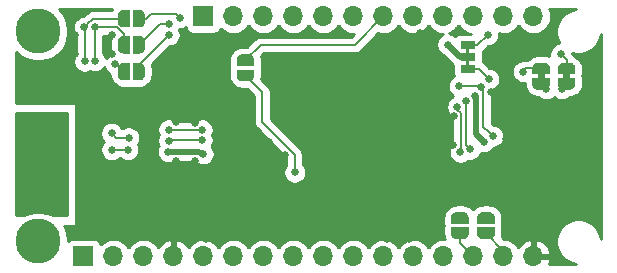
<source format=gbr>
G04 #@! TF.GenerationSoftware,KiCad,Pcbnew,(5.1.4)-1*
G04 #@! TF.CreationDate,2020-01-06T17:29:22-05:00*
G04 #@! TF.ProjectId,Feather-NEO-M9N-GPS,46656174-6865-4722-9d4e-454f2d4d394e,rev?*
G04 #@! TF.SameCoordinates,Original*
G04 #@! TF.FileFunction,Copper,L2,Bot*
G04 #@! TF.FilePolarity,Positive*
%FSLAX46Y46*%
G04 Gerber Fmt 4.6, Leading zero omitted, Abs format (unit mm)*
G04 Created by KiCad (PCBNEW (5.1.4)-1) date 2020-01-06 17:29:22*
%MOMM*%
%LPD*%
G04 APERTURE LIST*
%ADD10C,0.100000*%
%ADD11C,0.500000*%
%ADD12R,1.270000X0.635000*%
%ADD13C,3.800000*%
%ADD14O,1.700000X1.700000*%
%ADD15R,1.700000X1.700000*%
%ADD16C,0.660400*%
%ADD17C,0.152400*%
%ADD18C,0.508000*%
%ADD19C,0.254000*%
G04 APERTURE END LIST*
D10*
G36*
X167675560Y-78501240D02*
G01*
X167675560Y-78907640D01*
X167421560Y-78907640D01*
X167421560Y-78501240D01*
X167675560Y-78501240D01*
G37*
G36*
X167675560Y-79517240D02*
G01*
X167675560Y-79923640D01*
X167421560Y-79923640D01*
X167421560Y-79517240D01*
X167675560Y-79517240D01*
G37*
G36*
X173446160Y-81072800D02*
G01*
X173446160Y-80572800D01*
X174046160Y-80572800D01*
X174046160Y-81072800D01*
X173446160Y-81072800D01*
G37*
G36*
X175595000Y-81072800D02*
G01*
X175595000Y-80572800D01*
X176195000Y-80572800D01*
X176195000Y-81072800D01*
X175595000Y-81072800D01*
G37*
D11*
X148704300Y-79461600D03*
D10*
G36*
X147954902Y-79461600D02*
G01*
X147954902Y-79437066D01*
X147959712Y-79388235D01*
X147969284Y-79340110D01*
X147983528Y-79293155D01*
X148002305Y-79247822D01*
X148025436Y-79204549D01*
X148052696Y-79163750D01*
X148083824Y-79125821D01*
X148118521Y-79091124D01*
X148156450Y-79059996D01*
X148197249Y-79032736D01*
X148240522Y-79009605D01*
X148285855Y-78990828D01*
X148332810Y-78976584D01*
X148380935Y-78967012D01*
X148429766Y-78962202D01*
X148454300Y-78962202D01*
X148454300Y-78961600D01*
X148954300Y-78961600D01*
X148954300Y-78962202D01*
X148978834Y-78962202D01*
X149027665Y-78967012D01*
X149075790Y-78976584D01*
X149122745Y-78990828D01*
X149168078Y-79009605D01*
X149211351Y-79032736D01*
X149252150Y-79059996D01*
X149290079Y-79091124D01*
X149324776Y-79125821D01*
X149355904Y-79163750D01*
X149383164Y-79204549D01*
X149406295Y-79247822D01*
X149425072Y-79293155D01*
X149439316Y-79340110D01*
X149448888Y-79388235D01*
X149453698Y-79437066D01*
X149453698Y-79461600D01*
X149454300Y-79461600D01*
X149454300Y-79961600D01*
X147954300Y-79961600D01*
X147954300Y-79461600D01*
X147954902Y-79461600D01*
X147954902Y-79461600D01*
G37*
D11*
X148704300Y-80761600D03*
D10*
G36*
X149454300Y-80261600D02*
G01*
X149454300Y-80761600D01*
X149453698Y-80761600D01*
X149453698Y-80786134D01*
X149448888Y-80834965D01*
X149439316Y-80883090D01*
X149425072Y-80930045D01*
X149406295Y-80975378D01*
X149383164Y-81018651D01*
X149355904Y-81059450D01*
X149324776Y-81097379D01*
X149290079Y-81132076D01*
X149252150Y-81163204D01*
X149211351Y-81190464D01*
X149168078Y-81213595D01*
X149122745Y-81232372D01*
X149075790Y-81246616D01*
X149027665Y-81256188D01*
X148978834Y-81260998D01*
X148954300Y-81260998D01*
X148954300Y-81261600D01*
X148454300Y-81261600D01*
X148454300Y-81260998D01*
X148429766Y-81260998D01*
X148380935Y-81256188D01*
X148332810Y-81246616D01*
X148285855Y-81232372D01*
X148240522Y-81213595D01*
X148197249Y-81190464D01*
X148156450Y-81163204D01*
X148118521Y-81132076D01*
X148083824Y-81097379D01*
X148052696Y-81059450D01*
X148025436Y-81018651D01*
X148002305Y-80975378D01*
X147983528Y-80930045D01*
X147969284Y-80883090D01*
X147959712Y-80834965D01*
X147954902Y-80786134D01*
X147954902Y-80761600D01*
X147954300Y-80761600D01*
X147954300Y-80261600D01*
X149454300Y-80261600D01*
X149454300Y-80261600D01*
G37*
D12*
X167548560Y-80228440D03*
X167548560Y-79212440D03*
X167548560Y-78196440D03*
D11*
X139704840Y-80431640D03*
D10*
G36*
X139704840Y-79682242D02*
G01*
X139729374Y-79682242D01*
X139778205Y-79687052D01*
X139826330Y-79696624D01*
X139873285Y-79710868D01*
X139918618Y-79729645D01*
X139961891Y-79752776D01*
X140002690Y-79780036D01*
X140040619Y-79811164D01*
X140075316Y-79845861D01*
X140106444Y-79883790D01*
X140133704Y-79924589D01*
X140156835Y-79967862D01*
X140175612Y-80013195D01*
X140189856Y-80060150D01*
X140199428Y-80108275D01*
X140204238Y-80157106D01*
X140204238Y-80181640D01*
X140204840Y-80181640D01*
X140204840Y-80681640D01*
X140204238Y-80681640D01*
X140204238Y-80706174D01*
X140199428Y-80755005D01*
X140189856Y-80803130D01*
X140175612Y-80850085D01*
X140156835Y-80895418D01*
X140133704Y-80938691D01*
X140106444Y-80979490D01*
X140075316Y-81017419D01*
X140040619Y-81052116D01*
X140002690Y-81083244D01*
X139961891Y-81110504D01*
X139918618Y-81133635D01*
X139873285Y-81152412D01*
X139826330Y-81166656D01*
X139778205Y-81176228D01*
X139729374Y-81181038D01*
X139704840Y-81181038D01*
X139704840Y-81181640D01*
X139204840Y-81181640D01*
X139204840Y-79681640D01*
X139704840Y-79681640D01*
X139704840Y-79682242D01*
X139704840Y-79682242D01*
G37*
D11*
X138404840Y-80431640D03*
D10*
G36*
X138904840Y-81181640D02*
G01*
X138404840Y-81181640D01*
X138404840Y-81181038D01*
X138380306Y-81181038D01*
X138331475Y-81176228D01*
X138283350Y-81166656D01*
X138236395Y-81152412D01*
X138191062Y-81133635D01*
X138147789Y-81110504D01*
X138106990Y-81083244D01*
X138069061Y-81052116D01*
X138034364Y-81017419D01*
X138003236Y-80979490D01*
X137975976Y-80938691D01*
X137952845Y-80895418D01*
X137934068Y-80850085D01*
X137919824Y-80803130D01*
X137910252Y-80755005D01*
X137905442Y-80706174D01*
X137905442Y-80681640D01*
X137904840Y-80681640D01*
X137904840Y-80181640D01*
X137905442Y-80181640D01*
X137905442Y-80157106D01*
X137910252Y-80108275D01*
X137919824Y-80060150D01*
X137934068Y-80013195D01*
X137952845Y-79967862D01*
X137975976Y-79924589D01*
X138003236Y-79883790D01*
X138034364Y-79845861D01*
X138069061Y-79811164D01*
X138106990Y-79780036D01*
X138147789Y-79752776D01*
X138191062Y-79729645D01*
X138236395Y-79710868D01*
X138283350Y-79696624D01*
X138331475Y-79687052D01*
X138380306Y-79682242D01*
X138404840Y-79682242D01*
X138404840Y-79681640D01*
X138904840Y-79681640D01*
X138904840Y-81181640D01*
X138904840Y-81181640D01*
G37*
D11*
X139704840Y-78155800D03*
D10*
G36*
X139704840Y-77406402D02*
G01*
X139729374Y-77406402D01*
X139778205Y-77411212D01*
X139826330Y-77420784D01*
X139873285Y-77435028D01*
X139918618Y-77453805D01*
X139961891Y-77476936D01*
X140002690Y-77504196D01*
X140040619Y-77535324D01*
X140075316Y-77570021D01*
X140106444Y-77607950D01*
X140133704Y-77648749D01*
X140156835Y-77692022D01*
X140175612Y-77737355D01*
X140189856Y-77784310D01*
X140199428Y-77832435D01*
X140204238Y-77881266D01*
X140204238Y-77905800D01*
X140204840Y-77905800D01*
X140204840Y-78405800D01*
X140204238Y-78405800D01*
X140204238Y-78430334D01*
X140199428Y-78479165D01*
X140189856Y-78527290D01*
X140175612Y-78574245D01*
X140156835Y-78619578D01*
X140133704Y-78662851D01*
X140106444Y-78703650D01*
X140075316Y-78741579D01*
X140040619Y-78776276D01*
X140002690Y-78807404D01*
X139961891Y-78834664D01*
X139918618Y-78857795D01*
X139873285Y-78876572D01*
X139826330Y-78890816D01*
X139778205Y-78900388D01*
X139729374Y-78905198D01*
X139704840Y-78905198D01*
X139704840Y-78905800D01*
X139204840Y-78905800D01*
X139204840Y-77405800D01*
X139704840Y-77405800D01*
X139704840Y-77406402D01*
X139704840Y-77406402D01*
G37*
D11*
X138404840Y-78155800D03*
D10*
G36*
X138904840Y-78905800D02*
G01*
X138404840Y-78905800D01*
X138404840Y-78905198D01*
X138380306Y-78905198D01*
X138331475Y-78900388D01*
X138283350Y-78890816D01*
X138236395Y-78876572D01*
X138191062Y-78857795D01*
X138147789Y-78834664D01*
X138106990Y-78807404D01*
X138069061Y-78776276D01*
X138034364Y-78741579D01*
X138003236Y-78703650D01*
X137975976Y-78662851D01*
X137952845Y-78619578D01*
X137934068Y-78574245D01*
X137919824Y-78527290D01*
X137910252Y-78479165D01*
X137905442Y-78430334D01*
X137905442Y-78405800D01*
X137904840Y-78405800D01*
X137904840Y-77905800D01*
X137905442Y-77905800D01*
X137905442Y-77881266D01*
X137910252Y-77832435D01*
X137919824Y-77784310D01*
X137934068Y-77737355D01*
X137952845Y-77692022D01*
X137975976Y-77648749D01*
X138003236Y-77607950D01*
X138034364Y-77570021D01*
X138069061Y-77535324D01*
X138106990Y-77504196D01*
X138147789Y-77476936D01*
X138191062Y-77453805D01*
X138236395Y-77435028D01*
X138283350Y-77420784D01*
X138331475Y-77411212D01*
X138380306Y-77406402D01*
X138404840Y-77406402D01*
X138404840Y-77405800D01*
X138904840Y-77405800D01*
X138904840Y-78905800D01*
X138904840Y-78905800D01*
G37*
D11*
X139704840Y-75951080D03*
D10*
G36*
X139704840Y-75201682D02*
G01*
X139729374Y-75201682D01*
X139778205Y-75206492D01*
X139826330Y-75216064D01*
X139873285Y-75230308D01*
X139918618Y-75249085D01*
X139961891Y-75272216D01*
X140002690Y-75299476D01*
X140040619Y-75330604D01*
X140075316Y-75365301D01*
X140106444Y-75403230D01*
X140133704Y-75444029D01*
X140156835Y-75487302D01*
X140175612Y-75532635D01*
X140189856Y-75579590D01*
X140199428Y-75627715D01*
X140204238Y-75676546D01*
X140204238Y-75701080D01*
X140204840Y-75701080D01*
X140204840Y-76201080D01*
X140204238Y-76201080D01*
X140204238Y-76225614D01*
X140199428Y-76274445D01*
X140189856Y-76322570D01*
X140175612Y-76369525D01*
X140156835Y-76414858D01*
X140133704Y-76458131D01*
X140106444Y-76498930D01*
X140075316Y-76536859D01*
X140040619Y-76571556D01*
X140002690Y-76602684D01*
X139961891Y-76629944D01*
X139918618Y-76653075D01*
X139873285Y-76671852D01*
X139826330Y-76686096D01*
X139778205Y-76695668D01*
X139729374Y-76700478D01*
X139704840Y-76700478D01*
X139704840Y-76701080D01*
X139204840Y-76701080D01*
X139204840Y-75201080D01*
X139704840Y-75201080D01*
X139704840Y-75201682D01*
X139704840Y-75201682D01*
G37*
D11*
X138404840Y-75951080D03*
D10*
G36*
X138904840Y-76701080D02*
G01*
X138404840Y-76701080D01*
X138404840Y-76700478D01*
X138380306Y-76700478D01*
X138331475Y-76695668D01*
X138283350Y-76686096D01*
X138236395Y-76671852D01*
X138191062Y-76653075D01*
X138147789Y-76629944D01*
X138106990Y-76602684D01*
X138069061Y-76571556D01*
X138034364Y-76536859D01*
X138003236Y-76498930D01*
X137975976Y-76458131D01*
X137952845Y-76414858D01*
X137934068Y-76369525D01*
X137919824Y-76322570D01*
X137910252Y-76274445D01*
X137905442Y-76225614D01*
X137905442Y-76201080D01*
X137904840Y-76201080D01*
X137904840Y-75701080D01*
X137905442Y-75701080D01*
X137905442Y-75676546D01*
X137910252Y-75627715D01*
X137919824Y-75579590D01*
X137934068Y-75532635D01*
X137952845Y-75487302D01*
X137975976Y-75444029D01*
X138003236Y-75403230D01*
X138034364Y-75365301D01*
X138069061Y-75330604D01*
X138106990Y-75299476D01*
X138147789Y-75272216D01*
X138191062Y-75249085D01*
X138236395Y-75230308D01*
X138283350Y-75216064D01*
X138331475Y-75206492D01*
X138380306Y-75201682D01*
X138404840Y-75201682D01*
X138404840Y-75201080D01*
X138904840Y-75201080D01*
X138904840Y-76701080D01*
X138904840Y-76701080D01*
G37*
D11*
X166855140Y-92822000D03*
D10*
G36*
X166105742Y-92822000D02*
G01*
X166105742Y-92797466D01*
X166110552Y-92748635D01*
X166120124Y-92700510D01*
X166134368Y-92653555D01*
X166153145Y-92608222D01*
X166176276Y-92564949D01*
X166203536Y-92524150D01*
X166234664Y-92486221D01*
X166269361Y-92451524D01*
X166307290Y-92420396D01*
X166348089Y-92393136D01*
X166391362Y-92370005D01*
X166436695Y-92351228D01*
X166483650Y-92336984D01*
X166531775Y-92327412D01*
X166580606Y-92322602D01*
X166605140Y-92322602D01*
X166605140Y-92322000D01*
X167105140Y-92322000D01*
X167105140Y-92322602D01*
X167129674Y-92322602D01*
X167178505Y-92327412D01*
X167226630Y-92336984D01*
X167273585Y-92351228D01*
X167318918Y-92370005D01*
X167362191Y-92393136D01*
X167402990Y-92420396D01*
X167440919Y-92451524D01*
X167475616Y-92486221D01*
X167506744Y-92524150D01*
X167534004Y-92564949D01*
X167557135Y-92608222D01*
X167575912Y-92653555D01*
X167590156Y-92700510D01*
X167599728Y-92748635D01*
X167604538Y-92797466D01*
X167604538Y-92822000D01*
X167605140Y-92822000D01*
X167605140Y-93322000D01*
X166105140Y-93322000D01*
X166105140Y-92822000D01*
X166105742Y-92822000D01*
X166105742Y-92822000D01*
G37*
D11*
X166855140Y-94122000D03*
D10*
G36*
X167605140Y-93622000D02*
G01*
X167605140Y-94122000D01*
X167604538Y-94122000D01*
X167604538Y-94146534D01*
X167599728Y-94195365D01*
X167590156Y-94243490D01*
X167575912Y-94290445D01*
X167557135Y-94335778D01*
X167534004Y-94379051D01*
X167506744Y-94419850D01*
X167475616Y-94457779D01*
X167440919Y-94492476D01*
X167402990Y-94523604D01*
X167362191Y-94550864D01*
X167318918Y-94573995D01*
X167273585Y-94592772D01*
X167226630Y-94607016D01*
X167178505Y-94616588D01*
X167129674Y-94621398D01*
X167105140Y-94621398D01*
X167105140Y-94622000D01*
X166605140Y-94622000D01*
X166605140Y-94621398D01*
X166580606Y-94621398D01*
X166531775Y-94616588D01*
X166483650Y-94607016D01*
X166436695Y-94592772D01*
X166391362Y-94573995D01*
X166348089Y-94550864D01*
X166307290Y-94523604D01*
X166269361Y-94492476D01*
X166234664Y-94457779D01*
X166203536Y-94419850D01*
X166176276Y-94379051D01*
X166153145Y-94335778D01*
X166134368Y-94290445D01*
X166120124Y-94243490D01*
X166110552Y-94195365D01*
X166105742Y-94146534D01*
X166105742Y-94122000D01*
X166105140Y-94122000D01*
X166105140Y-93622000D01*
X167605140Y-93622000D01*
X167605140Y-93622000D01*
G37*
D11*
X169075100Y-94127080D03*
D10*
G36*
X169824498Y-94127080D02*
G01*
X169824498Y-94151614D01*
X169819688Y-94200445D01*
X169810116Y-94248570D01*
X169795872Y-94295525D01*
X169777095Y-94340858D01*
X169753964Y-94384131D01*
X169726704Y-94424930D01*
X169695576Y-94462859D01*
X169660879Y-94497556D01*
X169622950Y-94528684D01*
X169582151Y-94555944D01*
X169538878Y-94579075D01*
X169493545Y-94597852D01*
X169446590Y-94612096D01*
X169398465Y-94621668D01*
X169349634Y-94626478D01*
X169325100Y-94626478D01*
X169325100Y-94627080D01*
X168825100Y-94627080D01*
X168825100Y-94626478D01*
X168800566Y-94626478D01*
X168751735Y-94621668D01*
X168703610Y-94612096D01*
X168656655Y-94597852D01*
X168611322Y-94579075D01*
X168568049Y-94555944D01*
X168527250Y-94528684D01*
X168489321Y-94497556D01*
X168454624Y-94462859D01*
X168423496Y-94424930D01*
X168396236Y-94384131D01*
X168373105Y-94340858D01*
X168354328Y-94295525D01*
X168340084Y-94248570D01*
X168330512Y-94200445D01*
X168325702Y-94151614D01*
X168325702Y-94127080D01*
X168325100Y-94127080D01*
X168325100Y-93627080D01*
X169825100Y-93627080D01*
X169825100Y-94127080D01*
X169824498Y-94127080D01*
X169824498Y-94127080D01*
G37*
D11*
X169075100Y-92827080D03*
D10*
G36*
X168325100Y-93327080D02*
G01*
X168325100Y-92827080D01*
X168325702Y-92827080D01*
X168325702Y-92802546D01*
X168330512Y-92753715D01*
X168340084Y-92705590D01*
X168354328Y-92658635D01*
X168373105Y-92613302D01*
X168396236Y-92570029D01*
X168423496Y-92529230D01*
X168454624Y-92491301D01*
X168489321Y-92456604D01*
X168527250Y-92425476D01*
X168568049Y-92398216D01*
X168611322Y-92375085D01*
X168656655Y-92356308D01*
X168703610Y-92342064D01*
X168751735Y-92332492D01*
X168800566Y-92327682D01*
X168825100Y-92327682D01*
X168825100Y-92327080D01*
X169325100Y-92327080D01*
X169325100Y-92327682D01*
X169349634Y-92327682D01*
X169398465Y-92332492D01*
X169446590Y-92342064D01*
X169493545Y-92356308D01*
X169538878Y-92375085D01*
X169582151Y-92398216D01*
X169622950Y-92425476D01*
X169660879Y-92456604D01*
X169695576Y-92491301D01*
X169726704Y-92529230D01*
X169753964Y-92570029D01*
X169777095Y-92613302D01*
X169795872Y-92658635D01*
X169810116Y-92705590D01*
X169819688Y-92753715D01*
X169824498Y-92802546D01*
X169824498Y-92827080D01*
X169825100Y-92827080D01*
X169825100Y-93327080D01*
X168325100Y-93327080D01*
X168325100Y-93327080D01*
G37*
D11*
X173746160Y-80172800D03*
D10*
G36*
X172996160Y-80672800D02*
G01*
X172996160Y-80172800D01*
X172996762Y-80172800D01*
X172996762Y-80148266D01*
X173001572Y-80099435D01*
X173011144Y-80051310D01*
X173025388Y-80004355D01*
X173044165Y-79959022D01*
X173067296Y-79915749D01*
X173094556Y-79874950D01*
X173125684Y-79837021D01*
X173160381Y-79802324D01*
X173198310Y-79771196D01*
X173239109Y-79743936D01*
X173282382Y-79720805D01*
X173327715Y-79702028D01*
X173374670Y-79687784D01*
X173422795Y-79678212D01*
X173471626Y-79673402D01*
X173496160Y-79673402D01*
X173496160Y-79672800D01*
X173996160Y-79672800D01*
X173996160Y-79673402D01*
X174020694Y-79673402D01*
X174069525Y-79678212D01*
X174117650Y-79687784D01*
X174164605Y-79702028D01*
X174209938Y-79720805D01*
X174253211Y-79743936D01*
X174294010Y-79771196D01*
X174331939Y-79802324D01*
X174366636Y-79837021D01*
X174397764Y-79874950D01*
X174425024Y-79915749D01*
X174448155Y-79959022D01*
X174466932Y-80004355D01*
X174481176Y-80051310D01*
X174490748Y-80099435D01*
X174495558Y-80148266D01*
X174495558Y-80172800D01*
X174496160Y-80172800D01*
X174496160Y-80672800D01*
X172996160Y-80672800D01*
X172996160Y-80672800D01*
G37*
D11*
X173746160Y-81472800D03*
D10*
G36*
X174495558Y-81472800D02*
G01*
X174495558Y-81497334D01*
X174490748Y-81546165D01*
X174481176Y-81594290D01*
X174466932Y-81641245D01*
X174448155Y-81686578D01*
X174425024Y-81729851D01*
X174397764Y-81770650D01*
X174366636Y-81808579D01*
X174331939Y-81843276D01*
X174294010Y-81874404D01*
X174253211Y-81901664D01*
X174209938Y-81924795D01*
X174164605Y-81943572D01*
X174117650Y-81957816D01*
X174069525Y-81967388D01*
X174020694Y-81972198D01*
X173996160Y-81972198D01*
X173996160Y-81972800D01*
X173496160Y-81972800D01*
X173496160Y-81972198D01*
X173471626Y-81972198D01*
X173422795Y-81967388D01*
X173374670Y-81957816D01*
X173327715Y-81943572D01*
X173282382Y-81924795D01*
X173239109Y-81901664D01*
X173198310Y-81874404D01*
X173160381Y-81843276D01*
X173125684Y-81808579D01*
X173094556Y-81770650D01*
X173067296Y-81729851D01*
X173044165Y-81686578D01*
X173025388Y-81641245D01*
X173011144Y-81594290D01*
X173001572Y-81546165D01*
X172996762Y-81497334D01*
X172996762Y-81472800D01*
X172996160Y-81472800D01*
X172996160Y-80972800D01*
X174496160Y-80972800D01*
X174496160Y-81472800D01*
X174495558Y-81472800D01*
X174495558Y-81472800D01*
G37*
D11*
X175895000Y-80172800D03*
D10*
G36*
X175145000Y-80672800D02*
G01*
X175145000Y-80172800D01*
X175145602Y-80172800D01*
X175145602Y-80148266D01*
X175150412Y-80099435D01*
X175159984Y-80051310D01*
X175174228Y-80004355D01*
X175193005Y-79959022D01*
X175216136Y-79915749D01*
X175243396Y-79874950D01*
X175274524Y-79837021D01*
X175309221Y-79802324D01*
X175347150Y-79771196D01*
X175387949Y-79743936D01*
X175431222Y-79720805D01*
X175476555Y-79702028D01*
X175523510Y-79687784D01*
X175571635Y-79678212D01*
X175620466Y-79673402D01*
X175645000Y-79673402D01*
X175645000Y-79672800D01*
X176145000Y-79672800D01*
X176145000Y-79673402D01*
X176169534Y-79673402D01*
X176218365Y-79678212D01*
X176266490Y-79687784D01*
X176313445Y-79702028D01*
X176358778Y-79720805D01*
X176402051Y-79743936D01*
X176442850Y-79771196D01*
X176480779Y-79802324D01*
X176515476Y-79837021D01*
X176546604Y-79874950D01*
X176573864Y-79915749D01*
X176596995Y-79959022D01*
X176615772Y-80004355D01*
X176630016Y-80051310D01*
X176639588Y-80099435D01*
X176644398Y-80148266D01*
X176644398Y-80172800D01*
X176645000Y-80172800D01*
X176645000Y-80672800D01*
X175145000Y-80672800D01*
X175145000Y-80672800D01*
G37*
D11*
X175895000Y-81472800D03*
D10*
G36*
X176644398Y-81472800D02*
G01*
X176644398Y-81497334D01*
X176639588Y-81546165D01*
X176630016Y-81594290D01*
X176615772Y-81641245D01*
X176596995Y-81686578D01*
X176573864Y-81729851D01*
X176546604Y-81770650D01*
X176515476Y-81808579D01*
X176480779Y-81843276D01*
X176442850Y-81874404D01*
X176402051Y-81901664D01*
X176358778Y-81924795D01*
X176313445Y-81943572D01*
X176266490Y-81957816D01*
X176218365Y-81967388D01*
X176169534Y-81972198D01*
X176145000Y-81972198D01*
X176145000Y-81972800D01*
X175645000Y-81972800D01*
X175645000Y-81972198D01*
X175620466Y-81972198D01*
X175571635Y-81967388D01*
X175523510Y-81957816D01*
X175476555Y-81943572D01*
X175431222Y-81924795D01*
X175387949Y-81901664D01*
X175347150Y-81874404D01*
X175309221Y-81843276D01*
X175274524Y-81808579D01*
X175243396Y-81770650D01*
X175216136Y-81729851D01*
X175193005Y-81686578D01*
X175174228Y-81641245D01*
X175159984Y-81594290D01*
X175150412Y-81546165D01*
X175145602Y-81497334D01*
X175145602Y-81472800D01*
X175145000Y-81472800D01*
X175145000Y-80972800D01*
X176645000Y-80972800D01*
X176645000Y-81472800D01*
X176644398Y-81472800D01*
X176644398Y-81472800D01*
G37*
D13*
X131178300Y-94818200D03*
X131178300Y-77038200D03*
D14*
X173088300Y-75768200D03*
X170548300Y-75768200D03*
X168008300Y-75768200D03*
X165468300Y-75768200D03*
X162928300Y-75768200D03*
X160388300Y-75768200D03*
X157848300Y-75768200D03*
X155308300Y-75768200D03*
X152768300Y-75768200D03*
X150228300Y-75768200D03*
X147688300Y-75768200D03*
D15*
X145148300Y-75768200D03*
D14*
X173088300Y-96088200D03*
X170548300Y-96088200D03*
X168008300Y-96088200D03*
X165468300Y-96088200D03*
X162928300Y-96088200D03*
X160388300Y-96088200D03*
X157848300Y-96088200D03*
X155308300Y-96088200D03*
X152768300Y-96088200D03*
X150228300Y-96088200D03*
X147688300Y-96088200D03*
X145148300Y-96088200D03*
X142608300Y-96088200D03*
X140068300Y-96088200D03*
X137528300Y-96088200D03*
D15*
X134988300Y-96088200D03*
D16*
X152882600Y-88963500D03*
X175397160Y-78978760D03*
X142260320Y-77337920D03*
X142199360Y-76393040D03*
X143134080Y-75864720D03*
X146075400Y-89712800D03*
X145249900Y-89712800D03*
X144424400Y-89712800D03*
X144487900Y-90474800D03*
X144487900Y-91173300D03*
X144487900Y-91998800D03*
X144487900Y-92824300D03*
X144487900Y-93649800D03*
X144551400Y-94538800D03*
X147599400Y-94475300D03*
X154406600Y-91008200D03*
X154406600Y-91821000D03*
X154406600Y-92633800D03*
X154406600Y-93446600D03*
X154406600Y-94259400D03*
X153314400Y-94284800D03*
X152361900Y-94284800D03*
X150876000Y-93472000D03*
X151587200Y-93472000D03*
X150164800Y-93472000D03*
X149453600Y-93472000D03*
X148742400Y-93472000D03*
X148031200Y-93472000D03*
X148386800Y-94208600D03*
X151638000Y-91008200D03*
X150901400Y-91008200D03*
X148615400Y-91008200D03*
X147878800Y-91008200D03*
X147701000Y-90068400D03*
X146837400Y-89687400D03*
X151384000Y-89433400D03*
X154406600Y-90195400D03*
X154406600Y-89382600D03*
X154406600Y-88569800D03*
X154406600Y-87757000D03*
X151358600Y-88595200D03*
X145338800Y-94640400D03*
X147345400Y-89077800D03*
X147218400Y-88112600D03*
X147218400Y-87350600D03*
X147396200Y-86537800D03*
X151231600Y-87833200D03*
X148132800Y-86207600D03*
X149021800Y-86207600D03*
X149961600Y-86207600D03*
X150698200Y-86436200D03*
X151028400Y-87071200D03*
X146100800Y-94640400D03*
X146862800Y-94665800D03*
X173098460Y-89781380D03*
X142839440Y-84739480D03*
X142844520Y-88000000D03*
X144434560Y-84754720D03*
X144434560Y-88000000D03*
X134244080Y-78938120D03*
X134244080Y-77307440D03*
X137449560Y-78938120D03*
X137449560Y-77307440D03*
X166745920Y-76895960D03*
X169463720Y-82184240D03*
X166339520Y-84236560D03*
X170337480Y-84282280D03*
X145308320Y-92227400D03*
X146171920Y-92227400D03*
X132481320Y-80782160D03*
X132481320Y-82575400D03*
X136748520Y-82844640D03*
X134589520Y-80639920D03*
X178567080Y-78430120D03*
X177434240Y-80787240D03*
X178521360Y-80929480D03*
X170789600Y-86182200D03*
X172405040Y-84658200D03*
X178577240Y-89519760D03*
X178536600Y-87122000D03*
X172989240Y-87193120D03*
X175163480Y-84023200D03*
X177942240Y-84221320D03*
X175747680Y-86807040D03*
X175610520Y-89433400D03*
X153710640Y-87325200D03*
X166263320Y-86685120D03*
X164068760Y-87452200D03*
X165567360Y-87477600D03*
X154940000Y-79375000D03*
X156845000Y-79375000D03*
X158750000Y-79375000D03*
X160655000Y-79375000D03*
X162560000Y-79375000D03*
X154940000Y-81280000D03*
X156845000Y-81280000D03*
X158750000Y-81280000D03*
X160655000Y-81280000D03*
X162560000Y-81280000D03*
X154940000Y-83185000D03*
X154940000Y-85090000D03*
X156845000Y-85090000D03*
X156845000Y-83185000D03*
X158750000Y-83185000D03*
X158750000Y-85090000D03*
X160655000Y-85090000D03*
X160655000Y-83185000D03*
X162560000Y-83185000D03*
X162560000Y-85090000D03*
X154940000Y-86995000D03*
X156845000Y-86995000D03*
X158750000Y-86995000D03*
X160655000Y-86995000D03*
X162560000Y-86995000D03*
X162560000Y-88900000D03*
X160655000Y-88900000D03*
X158750000Y-88900000D03*
X156845000Y-88900000D03*
X156845000Y-90805000D03*
X158750000Y-90805000D03*
X160655000Y-90805000D03*
X162560000Y-90805000D03*
X162560000Y-92710000D03*
X160655000Y-92710000D03*
X158750000Y-92710000D03*
X156845000Y-92710000D03*
X156845000Y-94615000D03*
X158750000Y-94615000D03*
X160655000Y-94615000D03*
X162560000Y-94615000D03*
X155194000Y-88900000D03*
X155194000Y-90932000D03*
X155194000Y-92710000D03*
X152019000Y-87503000D03*
X164846000Y-94488000D03*
X151511000Y-94869000D03*
X148971000Y-94996000D03*
X134747000Y-82296000D03*
X147269200Y-83997800D03*
X134886700Y-86233000D03*
X135039100Y-88988900D03*
X136017000Y-93268800D03*
X134620000Y-93522800D03*
X163449000Y-77203300D03*
X141046200Y-93091000D03*
X138569700Y-91440000D03*
X165819651Y-78147349D03*
X168879520Y-86390480D03*
X168173400Y-82494120D03*
X167396160Y-82966560D03*
X167746680Y-87015320D03*
X166659560Y-83423760D03*
X166908480Y-87279480D03*
X142201900Y-86271100D03*
X145059400Y-86233000D03*
X142214600Y-85356700D03*
X145046700Y-85369400D03*
X137388600Y-87045800D03*
X138772900Y-87058500D03*
X137375900Y-85661500D03*
X138823700Y-86029800D03*
X168686480Y-81727040D03*
X169666920Y-85912960D03*
X166791640Y-81671160D03*
X135087360Y-79562960D03*
X135051800Y-76697840D03*
X135950960Y-79547720D03*
X135930640Y-76682600D03*
X137703560Y-79832200D03*
X130107840Y-88332160D03*
X172217080Y-80436720D03*
X175493680Y-81889600D03*
X174188120Y-81899760D03*
X168960800Y-92798900D03*
X166827200Y-92811600D03*
X169316400Y-81081880D03*
X169224960Y-77322680D03*
X142189200Y-87223600D03*
X145135600Y-87414100D03*
D17*
X175895000Y-79476600D02*
X175397160Y-78978760D01*
X175895000Y-80172800D02*
X175895000Y-79476600D01*
X148704300Y-79461600D02*
X149984700Y-78181200D01*
X157975300Y-78181200D02*
X160388300Y-75768200D01*
X149984700Y-78181200D02*
X157975300Y-78181200D01*
X139704840Y-79893400D02*
X139704840Y-80431640D01*
X142260320Y-77337920D02*
X139704840Y-79893400D01*
X141467600Y-76393040D02*
X139704840Y-78155800D01*
X142199360Y-76393040D02*
X141467600Y-76393040D01*
X142803881Y-75534521D02*
X143134080Y-75864720D01*
X140721399Y-75534521D02*
X142803881Y-75534521D01*
X139704840Y-75951080D02*
X140304840Y-75951080D01*
X140304840Y-75951080D02*
X140721399Y-75534521D01*
D18*
X166884742Y-79212440D02*
X167548560Y-79212440D01*
X165819651Y-78147349D02*
X166884742Y-79212440D01*
X168203880Y-85714840D02*
X168879520Y-86390480D01*
X168198800Y-85709760D02*
X168203880Y-85714840D01*
X168198800Y-82519520D02*
X168198800Y-85709760D01*
X168173400Y-82494120D02*
X168198800Y-82519520D01*
D17*
X167396160Y-82966560D02*
X167396160Y-86664800D01*
X167746680Y-87015320D02*
X167396160Y-86664800D01*
X166659560Y-83659126D02*
X166659560Y-83423760D01*
X166908480Y-86923880D02*
X166920521Y-86911839D01*
X166920521Y-86911839D02*
X166920521Y-85498281D01*
X166920521Y-85498281D02*
X166945921Y-85472881D01*
X166945921Y-85472881D02*
X166945921Y-83945487D01*
X166908480Y-87279480D02*
X166908480Y-86923880D01*
X166945921Y-83945487D02*
X166659560Y-83659126D01*
X142240000Y-86233000D02*
X142201900Y-86271100D01*
X145059400Y-86233000D02*
X142240000Y-86233000D01*
X144579727Y-85369400D02*
X145046700Y-85369400D01*
X142694273Y-85369400D02*
X144579727Y-85369400D01*
X142681573Y-85356700D02*
X142694273Y-85369400D01*
X142214600Y-85356700D02*
X142681573Y-85356700D01*
X138760200Y-87045800D02*
X138772900Y-87058500D01*
X137388600Y-87045800D02*
X138760200Y-87045800D01*
X137744200Y-86029800D02*
X137375900Y-85661500D01*
X138823700Y-86029800D02*
X137744200Y-86029800D01*
X168630600Y-81671160D02*
X168686480Y-81727040D01*
X166791640Y-81671160D02*
X168630600Y-81671160D01*
X169336721Y-85582761D02*
X169666920Y-85912960D01*
X168857319Y-85103359D02*
X169336721Y-85582761D01*
X168857319Y-82121399D02*
X168857319Y-85103359D01*
X168686480Y-81950560D02*
X168857319Y-82121399D01*
X168686480Y-81727040D02*
X168686480Y-81950560D01*
X152882600Y-87469126D02*
X150139400Y-84725926D01*
X152882600Y-88963500D02*
X152882600Y-87469126D01*
X150139400Y-82196700D02*
X148704300Y-80761600D01*
X150139400Y-84725926D02*
X150139400Y-82196700D01*
X135087360Y-76733400D02*
X135051800Y-76697840D01*
X135087360Y-79562960D02*
X135087360Y-76733400D01*
X137804840Y-75951080D02*
X138404840Y-75951080D01*
X135764686Y-75951080D02*
X137804840Y-75951080D01*
X135324239Y-76391527D02*
X135764686Y-75951080D01*
X135324239Y-76537161D02*
X135324239Y-76391527D01*
X135163560Y-76697840D02*
X135324239Y-76537161D01*
X135051800Y-76697840D02*
X135163560Y-76697840D01*
X135930640Y-79527400D02*
X135950960Y-79547720D01*
X135930640Y-76682600D02*
X135930640Y-79527400D01*
X138404840Y-77308208D02*
X138404840Y-78155800D01*
X138404840Y-77295404D02*
X138404840Y-77308208D01*
X137792036Y-76682600D02*
X138404840Y-77295404D01*
X135930640Y-76682600D02*
X137792036Y-76682600D01*
X138303240Y-80330040D02*
X138404840Y-80431640D01*
X137703560Y-79832200D02*
X138303240Y-80330040D01*
X172481000Y-80172800D02*
X172217080Y-80436720D01*
X173746160Y-80172800D02*
X172481000Y-80172800D01*
X170548300Y-95600280D02*
X170548300Y-96088200D01*
X169075100Y-94127080D02*
X170548300Y-95600280D01*
X168010840Y-96085660D02*
X168008300Y-96088200D01*
X166855140Y-94935040D02*
X168008300Y-96088200D01*
X166855140Y-94122000D02*
X166855140Y-94935040D01*
X168462960Y-80228440D02*
X169316400Y-81081880D01*
X167548560Y-80228440D02*
X168462960Y-80228440D01*
X168351200Y-78196440D02*
X169224960Y-77322680D01*
X167548560Y-78196440D02*
X168351200Y-78196440D01*
D18*
X142656173Y-87223600D02*
X142668873Y-87210900D01*
X142189200Y-87223600D02*
X142656173Y-87223600D01*
X142663974Y-87215799D02*
X142656173Y-87223600D01*
X144810977Y-87215799D02*
X142663974Y-87215799D01*
X145009278Y-87414100D02*
X144810977Y-87215799D01*
X145135600Y-87414100D02*
X145009278Y-87414100D01*
D19*
G36*
X137374376Y-75221205D02*
G01*
X137366641Y-75239880D01*
X135799611Y-75239880D01*
X135764685Y-75236440D01*
X135729759Y-75239880D01*
X135729750Y-75239880D01*
X135625266Y-75250171D01*
X135491205Y-75290838D01*
X135367653Y-75356878D01*
X135259359Y-75445753D01*
X135237084Y-75472895D01*
X134977339Y-75732640D01*
X134956736Y-75732640D01*
X134770262Y-75769732D01*
X134594606Y-75842491D01*
X134436521Y-75948120D01*
X134302080Y-76082561D01*
X134196451Y-76240646D01*
X134123692Y-76416302D01*
X134086600Y-76602776D01*
X134086600Y-76792904D01*
X134123692Y-76979378D01*
X134196451Y-77155034D01*
X134302080Y-77313119D01*
X134376161Y-77387200D01*
X134376160Y-78909161D01*
X134337640Y-78947681D01*
X134232011Y-79105766D01*
X134159252Y-79281422D01*
X134122160Y-79467896D01*
X134122160Y-79658024D01*
X134159252Y-79844498D01*
X134232011Y-80020154D01*
X134337640Y-80178239D01*
X134472081Y-80312680D01*
X134630166Y-80418309D01*
X134805822Y-80491068D01*
X134992296Y-80528160D01*
X135182424Y-80528160D01*
X135368898Y-80491068D01*
X135537556Y-80421208D01*
X135669422Y-80475828D01*
X135855896Y-80512920D01*
X136046024Y-80512920D01*
X136232498Y-80475828D01*
X136408154Y-80403069D01*
X136566239Y-80297440D01*
X136700680Y-80162999D01*
X136765850Y-80065465D01*
X136775452Y-80113738D01*
X136848211Y-80289394D01*
X136953840Y-80447479D01*
X137088281Y-80581920D01*
X137246366Y-80687549D01*
X137268242Y-80696610D01*
X137269176Y-80706090D01*
X137269176Y-80730649D01*
X137281436Y-80855130D01*
X137300558Y-80951263D01*
X137336867Y-81070959D01*
X137374376Y-81161515D01*
X137433342Y-81271832D01*
X137487798Y-81353331D01*
X137567150Y-81450022D01*
X137636458Y-81519330D01*
X137733149Y-81598682D01*
X137814648Y-81653138D01*
X137924965Y-81712104D01*
X138015521Y-81749613D01*
X138135217Y-81785922D01*
X138231350Y-81805044D01*
X138355831Y-81817304D01*
X138380390Y-81817304D01*
X138404840Y-81819712D01*
X138904840Y-81819712D01*
X139029322Y-81807452D01*
X139054840Y-81799711D01*
X139080358Y-81807452D01*
X139204840Y-81819712D01*
X139704840Y-81819712D01*
X139729290Y-81817304D01*
X139753849Y-81817304D01*
X139878330Y-81805044D01*
X139974463Y-81785922D01*
X140094159Y-81749613D01*
X140184715Y-81712104D01*
X140295032Y-81653138D01*
X140376531Y-81598682D01*
X140473222Y-81519330D01*
X140542530Y-81450022D01*
X140621882Y-81353331D01*
X140676338Y-81271832D01*
X140735304Y-81161515D01*
X140772813Y-81070959D01*
X140809122Y-80951263D01*
X140828244Y-80855130D01*
X140840504Y-80730649D01*
X140840504Y-80706090D01*
X140842912Y-80681640D01*
X140842912Y-80181640D01*
X140840504Y-80157190D01*
X140840504Y-80132631D01*
X140828244Y-80008150D01*
X140809122Y-79912017D01*
X140781865Y-79822162D01*
X142300909Y-78303120D01*
X142355384Y-78303120D01*
X142541858Y-78266028D01*
X142717514Y-78193269D01*
X142875599Y-78087640D01*
X143010040Y-77953199D01*
X143115669Y-77795114D01*
X143188428Y-77619458D01*
X143225520Y-77432984D01*
X143225520Y-77242856D01*
X143188428Y-77056382D01*
X143115669Y-76880726D01*
X143081722Y-76829920D01*
X143229144Y-76829920D01*
X143415618Y-76792828D01*
X143591274Y-76720069D01*
X143665384Y-76670550D01*
X143672488Y-76742682D01*
X143708798Y-76862380D01*
X143767763Y-76972694D01*
X143847115Y-77069385D01*
X143943806Y-77148737D01*
X144054120Y-77207702D01*
X144173818Y-77244012D01*
X144298300Y-77256272D01*
X145998300Y-77256272D01*
X146122782Y-77244012D01*
X146242480Y-77207702D01*
X146352794Y-77148737D01*
X146449485Y-77069385D01*
X146528837Y-76972694D01*
X146587802Y-76862380D01*
X146608693Y-76793513D01*
X146633166Y-76823334D01*
X146859286Y-77008906D01*
X147117266Y-77146799D01*
X147397189Y-77231713D01*
X147615350Y-77253200D01*
X147761250Y-77253200D01*
X147979411Y-77231713D01*
X148259334Y-77146799D01*
X148517314Y-77008906D01*
X148743434Y-76823334D01*
X148929006Y-76597214D01*
X148958300Y-76542409D01*
X148987594Y-76597214D01*
X149173166Y-76823334D01*
X149399286Y-77008906D01*
X149657266Y-77146799D01*
X149937189Y-77231713D01*
X150155350Y-77253200D01*
X150301250Y-77253200D01*
X150519411Y-77231713D01*
X150799334Y-77146799D01*
X151057314Y-77008906D01*
X151283434Y-76823334D01*
X151469006Y-76597214D01*
X151498300Y-76542409D01*
X151527594Y-76597214D01*
X151713166Y-76823334D01*
X151939286Y-77008906D01*
X152197266Y-77146799D01*
X152477189Y-77231713D01*
X152695350Y-77253200D01*
X152841250Y-77253200D01*
X153059411Y-77231713D01*
X153339334Y-77146799D01*
X153597314Y-77008906D01*
X153823434Y-76823334D01*
X154009006Y-76597214D01*
X154038300Y-76542409D01*
X154067594Y-76597214D01*
X154253166Y-76823334D01*
X154479286Y-77008906D01*
X154737266Y-77146799D01*
X155017189Y-77231713D01*
X155235350Y-77253200D01*
X155381250Y-77253200D01*
X155599411Y-77231713D01*
X155879334Y-77146799D01*
X156137314Y-77008906D01*
X156363434Y-76823334D01*
X156549006Y-76597214D01*
X156578300Y-76542409D01*
X156607594Y-76597214D01*
X156793166Y-76823334D01*
X157019286Y-77008906D01*
X157277266Y-77146799D01*
X157557189Y-77231713D01*
X157775350Y-77253200D01*
X157897513Y-77253200D01*
X157680713Y-77470000D01*
X150019625Y-77470000D01*
X149984699Y-77466560D01*
X149949773Y-77470000D01*
X149949764Y-77470000D01*
X149845280Y-77480291D01*
X149711219Y-77520958D01*
X149587667Y-77586998D01*
X149479373Y-77675873D01*
X149457103Y-77703009D01*
X148836585Y-78323528D01*
X148454300Y-78323528D01*
X148429850Y-78325936D01*
X148405291Y-78325936D01*
X148280810Y-78338196D01*
X148184677Y-78357318D01*
X148064981Y-78393627D01*
X147974425Y-78431136D01*
X147864108Y-78490102D01*
X147782609Y-78544558D01*
X147685918Y-78623910D01*
X147616610Y-78693218D01*
X147537258Y-78789909D01*
X147482802Y-78871408D01*
X147423836Y-78981725D01*
X147386327Y-79072281D01*
X147350018Y-79191977D01*
X147330896Y-79288110D01*
X147318636Y-79412591D01*
X147318636Y-79437150D01*
X147316228Y-79461600D01*
X147316228Y-79961600D01*
X147328488Y-80086082D01*
X147336229Y-80111600D01*
X147328488Y-80137118D01*
X147316228Y-80261600D01*
X147316228Y-80761600D01*
X147318636Y-80786050D01*
X147318636Y-80810609D01*
X147330896Y-80935090D01*
X147350018Y-81031223D01*
X147386327Y-81150919D01*
X147423836Y-81241475D01*
X147482802Y-81351792D01*
X147537258Y-81433291D01*
X147616610Y-81529982D01*
X147685918Y-81599290D01*
X147782609Y-81678642D01*
X147864108Y-81733098D01*
X147974425Y-81792064D01*
X148064981Y-81829573D01*
X148184677Y-81865882D01*
X148280810Y-81885004D01*
X148405291Y-81897264D01*
X148429850Y-81897264D01*
X148454300Y-81899672D01*
X148836585Y-81899672D01*
X149428201Y-82491289D01*
X149428200Y-84691000D01*
X149424760Y-84725926D01*
X149428200Y-84760852D01*
X149428200Y-84760861D01*
X149438491Y-84865345D01*
X149479158Y-84999406D01*
X149545198Y-85122958D01*
X149634073Y-85231252D01*
X149661210Y-85253523D01*
X152171401Y-87763716D01*
X152171400Y-88309701D01*
X152132880Y-88348221D01*
X152027251Y-88506306D01*
X151954492Y-88681962D01*
X151917400Y-88868436D01*
X151917400Y-89058564D01*
X151954492Y-89245038D01*
X152027251Y-89420694D01*
X152132880Y-89578779D01*
X152267321Y-89713220D01*
X152425406Y-89818849D01*
X152601062Y-89891608D01*
X152787536Y-89928700D01*
X152977664Y-89928700D01*
X153164138Y-89891608D01*
X153339794Y-89818849D01*
X153497879Y-89713220D01*
X153632320Y-89578779D01*
X153737949Y-89420694D01*
X153810708Y-89245038D01*
X153847800Y-89058564D01*
X153847800Y-88868436D01*
X153810708Y-88681962D01*
X153737949Y-88506306D01*
X153632320Y-88348221D01*
X153593800Y-88309701D01*
X153593800Y-87504054D01*
X153597240Y-87469126D01*
X153593800Y-87434197D01*
X153593800Y-87434190D01*
X153583509Y-87329706D01*
X153571101Y-87288801D01*
X153542842Y-87195644D01*
X153476802Y-87072093D01*
X153410198Y-86990935D01*
X153410193Y-86990930D01*
X153387927Y-86963799D01*
X153360796Y-86941533D01*
X150850600Y-84431339D01*
X150850600Y-82231628D01*
X150854040Y-82196700D01*
X150850600Y-82161771D01*
X150850600Y-82161764D01*
X150840309Y-82057280D01*
X150799642Y-81923219D01*
X150733602Y-81799667D01*
X150644727Y-81691373D01*
X150617591Y-81669103D01*
X150040225Y-81091738D01*
X150058582Y-81031223D01*
X150077704Y-80935090D01*
X150089964Y-80810609D01*
X150089964Y-80786050D01*
X150092372Y-80761600D01*
X150092372Y-80261600D01*
X150080112Y-80137118D01*
X150072371Y-80111600D01*
X150080112Y-80086082D01*
X150092372Y-79961600D01*
X150092372Y-79461600D01*
X150089964Y-79437150D01*
X150089964Y-79412591D01*
X150077704Y-79288110D01*
X150058582Y-79191977D01*
X150040225Y-79131462D01*
X150279288Y-78892400D01*
X157940374Y-78892400D01*
X157975300Y-78895840D01*
X158010226Y-78892400D01*
X158010236Y-78892400D01*
X158114720Y-78882109D01*
X158248781Y-78841442D01*
X158372333Y-78775402D01*
X158480627Y-78686527D01*
X158502902Y-78659385D01*
X159969354Y-77192934D01*
X160097189Y-77231713D01*
X160315350Y-77253200D01*
X160461250Y-77253200D01*
X160679411Y-77231713D01*
X160959334Y-77146799D01*
X161217314Y-77008906D01*
X161443434Y-76823334D01*
X161629006Y-76597214D01*
X161658300Y-76542409D01*
X161687594Y-76597214D01*
X161873166Y-76823334D01*
X162099286Y-77008906D01*
X162357266Y-77146799D01*
X162637189Y-77231713D01*
X162855350Y-77253200D01*
X163001250Y-77253200D01*
X163219411Y-77231713D01*
X163499334Y-77146799D01*
X163757314Y-77008906D01*
X163983434Y-76823334D01*
X164169006Y-76597214D01*
X164198300Y-76542409D01*
X164227594Y-76597214D01*
X164413166Y-76823334D01*
X164639286Y-77008906D01*
X164897266Y-77146799D01*
X165177189Y-77231713D01*
X165395350Y-77253200D01*
X165456129Y-77253200D01*
X165362457Y-77292000D01*
X165204372Y-77397629D01*
X165069931Y-77532070D01*
X164964302Y-77690155D01*
X164891543Y-77865811D01*
X164854451Y-78052285D01*
X164854451Y-78242413D01*
X164891543Y-78428887D01*
X164964302Y-78604543D01*
X165069931Y-78762628D01*
X165204372Y-78897069D01*
X165362457Y-79002698D01*
X165456873Y-79041806D01*
X166225247Y-79810181D01*
X166253083Y-79844099D01*
X166279903Y-79866110D01*
X166275488Y-79910940D01*
X166275488Y-80545940D01*
X166287748Y-80670422D01*
X166324058Y-80790120D01*
X166337184Y-80814677D01*
X166334446Y-80815811D01*
X166176361Y-80921440D01*
X166041920Y-81055881D01*
X165936291Y-81213966D01*
X165863532Y-81389622D01*
X165826440Y-81576096D01*
X165826440Y-81766224D01*
X165863532Y-81952698D01*
X165936291Y-82128354D01*
X166041920Y-82286439D01*
X166176361Y-82420880D01*
X166322614Y-82518603D01*
X166202366Y-82568411D01*
X166044281Y-82674040D01*
X165909840Y-82808481D01*
X165804211Y-82966566D01*
X165731452Y-83142222D01*
X165694360Y-83328696D01*
X165694360Y-83518824D01*
X165731452Y-83705298D01*
X165804211Y-83880954D01*
X165909840Y-84039039D01*
X166044281Y-84173480D01*
X166202366Y-84279109D01*
X166234722Y-84292511D01*
X166234721Y-85309056D01*
X166219613Y-85358861D01*
X166211292Y-85443341D01*
X166205881Y-85498281D01*
X166209322Y-85533216D01*
X166209321Y-86613640D01*
X166158760Y-86664201D01*
X166053131Y-86822286D01*
X165980372Y-86997942D01*
X165943280Y-87184416D01*
X165943280Y-87374544D01*
X165980372Y-87561018D01*
X166053131Y-87736674D01*
X166158760Y-87894759D01*
X166293201Y-88029200D01*
X166451286Y-88134829D01*
X166626942Y-88207588D01*
X166813416Y-88244680D01*
X167003544Y-88244680D01*
X167190018Y-88207588D01*
X167365674Y-88134829D01*
X167523759Y-88029200D01*
X167585575Y-87967384D01*
X167651616Y-87980520D01*
X167841744Y-87980520D01*
X168028218Y-87943428D01*
X168203874Y-87870669D01*
X168361959Y-87765040D01*
X168496400Y-87630599D01*
X168602029Y-87472514D01*
X168660626Y-87331049D01*
X168784456Y-87355680D01*
X168974584Y-87355680D01*
X169161058Y-87318588D01*
X169336714Y-87245829D01*
X169494799Y-87140200D01*
X169629240Y-87005759D01*
X169714499Y-86878160D01*
X169761984Y-86878160D01*
X169948458Y-86841068D01*
X170124114Y-86768309D01*
X170282199Y-86662680D01*
X170416640Y-86528239D01*
X170522269Y-86370154D01*
X170595028Y-86194498D01*
X170632120Y-86008024D01*
X170632120Y-85817896D01*
X170595028Y-85631422D01*
X170522269Y-85455766D01*
X170416640Y-85297681D01*
X170282199Y-85163240D01*
X170124114Y-85057611D01*
X169948458Y-84984852D01*
X169761984Y-84947760D01*
X169707508Y-84947760D01*
X169568519Y-84808772D01*
X169568519Y-82156327D01*
X169571959Y-82121399D01*
X169571171Y-82113396D01*
X169614588Y-82008578D01*
X169615777Y-82002599D01*
X169773594Y-81937229D01*
X169931679Y-81831600D01*
X170066120Y-81697159D01*
X170171749Y-81539074D01*
X170244508Y-81363418D01*
X170281600Y-81176944D01*
X170281600Y-80986816D01*
X170244508Y-80800342D01*
X170171749Y-80624686D01*
X170066120Y-80466601D01*
X169931679Y-80332160D01*
X169773594Y-80226531D01*
X169597938Y-80153772D01*
X169411464Y-80116680D01*
X169356988Y-80116680D01*
X168990561Y-79750254D01*
X168968287Y-79723113D01*
X168859993Y-79634238D01*
X168813792Y-79609543D01*
X168821632Y-79529940D01*
X168821632Y-78894940D01*
X168809372Y-78770458D01*
X168802088Y-78746444D01*
X168856527Y-78701767D01*
X168878801Y-78674626D01*
X169265548Y-78287880D01*
X169320024Y-78287880D01*
X169506498Y-78250788D01*
X169682154Y-78178029D01*
X169840239Y-78072400D01*
X169974680Y-77937959D01*
X170080309Y-77779874D01*
X170153068Y-77604218D01*
X170190160Y-77417744D01*
X170190160Y-77227616D01*
X170186723Y-77210337D01*
X170257189Y-77231713D01*
X170475350Y-77253200D01*
X170621250Y-77253200D01*
X170839411Y-77231713D01*
X171119334Y-77146799D01*
X171377314Y-77008906D01*
X171603434Y-76823334D01*
X171789006Y-76597214D01*
X171818300Y-76542409D01*
X171847594Y-76597214D01*
X172033166Y-76823334D01*
X172259286Y-77008906D01*
X172517266Y-77146799D01*
X172797189Y-77231713D01*
X173015350Y-77253200D01*
X173161250Y-77253200D01*
X173379411Y-77231713D01*
X173659334Y-77146799D01*
X173917314Y-77008906D01*
X174143434Y-76823334D01*
X174329006Y-76597214D01*
X174466899Y-76339234D01*
X174551813Y-76059311D01*
X174580485Y-75768200D01*
X174551813Y-75477089D01*
X174466899Y-75197166D01*
X174446071Y-75158200D01*
X176687507Y-75158200D01*
X176348466Y-75225639D01*
X176005418Y-75367734D01*
X175696682Y-75574025D01*
X175434125Y-75836582D01*
X175227834Y-76145318D01*
X175085739Y-76488366D01*
X175013300Y-76852544D01*
X175013300Y-77223856D01*
X175085739Y-77588034D01*
X175227834Y-77931082D01*
X175285191Y-78016923D01*
X175115622Y-78050652D01*
X174939966Y-78123411D01*
X174781881Y-78229040D01*
X174647440Y-78363481D01*
X174541811Y-78521566D01*
X174469052Y-78697222D01*
X174431960Y-78883696D01*
X174431960Y-79073824D01*
X174442854Y-79128592D01*
X174385479Y-79104827D01*
X174265783Y-79068518D01*
X174169650Y-79049396D01*
X174045169Y-79037136D01*
X174020610Y-79037136D01*
X173996160Y-79034728D01*
X173496160Y-79034728D01*
X173471710Y-79037136D01*
X173447151Y-79037136D01*
X173322670Y-79049396D01*
X173226537Y-79068518D01*
X173106841Y-79104827D01*
X173016285Y-79142336D01*
X172905968Y-79201302D01*
X172824469Y-79255758D01*
X172727778Y-79335110D01*
X172658470Y-79404418D01*
X172611542Y-79461600D01*
X172515925Y-79461600D01*
X172480999Y-79458160D01*
X172446073Y-79461600D01*
X172446064Y-79461600D01*
X172341580Y-79471891D01*
X172330661Y-79475203D01*
X172312144Y-79471520D01*
X172122016Y-79471520D01*
X171935542Y-79508612D01*
X171759886Y-79581371D01*
X171601801Y-79687000D01*
X171467360Y-79821441D01*
X171361731Y-79979526D01*
X171288972Y-80155182D01*
X171251880Y-80341656D01*
X171251880Y-80531784D01*
X171288972Y-80718258D01*
X171361731Y-80893914D01*
X171467360Y-81051999D01*
X171601801Y-81186440D01*
X171759886Y-81292069D01*
X171935542Y-81364828D01*
X172122016Y-81401920D01*
X172312144Y-81401920D01*
X172358088Y-81392781D01*
X172358088Y-81472800D01*
X172360496Y-81497250D01*
X172360496Y-81521809D01*
X172372756Y-81646290D01*
X172391878Y-81742423D01*
X172428187Y-81862119D01*
X172465696Y-81952675D01*
X172524662Y-82062992D01*
X172579118Y-82144491D01*
X172658470Y-82241182D01*
X172727778Y-82310490D01*
X172824469Y-82389842D01*
X172905968Y-82444298D01*
X173016285Y-82503264D01*
X173106841Y-82540773D01*
X173226537Y-82577082D01*
X173322670Y-82596204D01*
X173447151Y-82608464D01*
X173471710Y-82608464D01*
X173496160Y-82610872D01*
X173534233Y-82610872D01*
X173572841Y-82649480D01*
X173730926Y-82755109D01*
X173906582Y-82827868D01*
X174093056Y-82864960D01*
X174283184Y-82864960D01*
X174469658Y-82827868D01*
X174645314Y-82755109D01*
X174803399Y-82649480D01*
X174845980Y-82606899D01*
X174878401Y-82639320D01*
X175036486Y-82744949D01*
X175212142Y-82817708D01*
X175398616Y-82854800D01*
X175588744Y-82854800D01*
X175775218Y-82817708D01*
X175950874Y-82744949D01*
X176108959Y-82639320D01*
X176137407Y-82610872D01*
X176145000Y-82610872D01*
X176169450Y-82608464D01*
X176194009Y-82608464D01*
X176318490Y-82596204D01*
X176414623Y-82577082D01*
X176534319Y-82540773D01*
X176624875Y-82503264D01*
X176735192Y-82444298D01*
X176816691Y-82389842D01*
X176913382Y-82310490D01*
X176982690Y-82241182D01*
X177062042Y-82144491D01*
X177116498Y-82062992D01*
X177175464Y-81952675D01*
X177212973Y-81862119D01*
X177249282Y-81742423D01*
X177268404Y-81646290D01*
X177280664Y-81521809D01*
X177280664Y-81497250D01*
X177283072Y-81472800D01*
X177283072Y-80972800D01*
X177270812Y-80848318D01*
X177263071Y-80822800D01*
X177270812Y-80797282D01*
X177283072Y-80672800D01*
X177283072Y-80172800D01*
X177280664Y-80148350D01*
X177280664Y-80123791D01*
X177268404Y-79999310D01*
X177249282Y-79903177D01*
X177212973Y-79783481D01*
X177175464Y-79692925D01*
X177116498Y-79582608D01*
X177062042Y-79501109D01*
X176982690Y-79404418D01*
X176913382Y-79335110D01*
X176816691Y-79255758D01*
X176735192Y-79201302D01*
X176624875Y-79142336D01*
X176534319Y-79104827D01*
X176496586Y-79093381D01*
X176489202Y-79079567D01*
X176400327Y-78971273D01*
X176373190Y-78949002D01*
X176362360Y-78938172D01*
X176362360Y-78883696D01*
X176356111Y-78852282D01*
X176712644Y-78923200D01*
X177083956Y-78923200D01*
X177448134Y-78850761D01*
X177791182Y-78708666D01*
X178099918Y-78502375D01*
X178362475Y-78239818D01*
X178568766Y-77931082D01*
X178710861Y-77588034D01*
X178778301Y-77248988D01*
X178778300Y-94607407D01*
X178710861Y-94268366D01*
X178568766Y-93925318D01*
X178362475Y-93616582D01*
X178099918Y-93354025D01*
X177791182Y-93147734D01*
X177448134Y-93005639D01*
X177083956Y-92933200D01*
X176712644Y-92933200D01*
X176348466Y-93005639D01*
X176005418Y-93147734D01*
X175696682Y-93354025D01*
X175434125Y-93616582D01*
X175227834Y-93925318D01*
X175085739Y-94268366D01*
X175013300Y-94632544D01*
X175013300Y-95003856D01*
X175085739Y-95368034D01*
X175227834Y-95711082D01*
X175434125Y-96019818D01*
X175696682Y-96282375D01*
X176005418Y-96488666D01*
X176348466Y-96630761D01*
X176687507Y-96698200D01*
X174439996Y-96698200D01*
X174529781Y-96445091D01*
X174409114Y-96215200D01*
X173215300Y-96215200D01*
X173215300Y-96235200D01*
X172961300Y-96235200D01*
X172961300Y-96215200D01*
X172941300Y-96215200D01*
X172941300Y-95961200D01*
X172961300Y-95961200D01*
X172961300Y-94768045D01*
X173215300Y-94768045D01*
X173215300Y-95961200D01*
X174409114Y-95961200D01*
X174529781Y-95731309D01*
X174432457Y-95456948D01*
X174283478Y-95206845D01*
X174088569Y-94990612D01*
X173855220Y-94816559D01*
X173592399Y-94691375D01*
X173445190Y-94646724D01*
X173215300Y-94768045D01*
X172961300Y-94768045D01*
X172731410Y-94646724D01*
X172584201Y-94691375D01*
X172321380Y-94816559D01*
X172088031Y-94990612D01*
X171893122Y-95206845D01*
X171823501Y-95323723D01*
X171789006Y-95259186D01*
X171603434Y-95033066D01*
X171377314Y-94847494D01*
X171119334Y-94709601D01*
X170839411Y-94624687D01*
X170621250Y-94603200D01*
X170557008Y-94603200D01*
X170411025Y-94457217D01*
X170429382Y-94396703D01*
X170448504Y-94300570D01*
X170460764Y-94176089D01*
X170460764Y-94151530D01*
X170463172Y-94127080D01*
X170463172Y-93627080D01*
X170450912Y-93502598D01*
X170443171Y-93477080D01*
X170450912Y-93451562D01*
X170463172Y-93327080D01*
X170463172Y-92827080D01*
X170460764Y-92802630D01*
X170460764Y-92778071D01*
X170448504Y-92653590D01*
X170429382Y-92557457D01*
X170393073Y-92437761D01*
X170355564Y-92347205D01*
X170296598Y-92236888D01*
X170242142Y-92155389D01*
X170162790Y-92058698D01*
X170093482Y-91989390D01*
X169996791Y-91910038D01*
X169915292Y-91855582D01*
X169804975Y-91796616D01*
X169714419Y-91759107D01*
X169594723Y-91722798D01*
X169498590Y-91703676D01*
X169374109Y-91691416D01*
X169349550Y-91691416D01*
X169325100Y-91689008D01*
X168825100Y-91689008D01*
X168800650Y-91691416D01*
X168776091Y-91691416D01*
X168651610Y-91703676D01*
X168555477Y-91722798D01*
X168435781Y-91759107D01*
X168345225Y-91796616D01*
X168234908Y-91855582D01*
X168153409Y-91910038D01*
X168056718Y-91989390D01*
X167987410Y-92058698D01*
X167967205Y-92083319D01*
X167942830Y-92053618D01*
X167873522Y-91984310D01*
X167776831Y-91904958D01*
X167695332Y-91850502D01*
X167585015Y-91791536D01*
X167494459Y-91754027D01*
X167374763Y-91717718D01*
X167278630Y-91698596D01*
X167154149Y-91686336D01*
X167129590Y-91686336D01*
X167105140Y-91683928D01*
X166605140Y-91683928D01*
X166580690Y-91686336D01*
X166556131Y-91686336D01*
X166431650Y-91698596D01*
X166335517Y-91717718D01*
X166215821Y-91754027D01*
X166125265Y-91791536D01*
X166014948Y-91850502D01*
X165933449Y-91904958D01*
X165836758Y-91984310D01*
X165767450Y-92053618D01*
X165688098Y-92150309D01*
X165633642Y-92231808D01*
X165574676Y-92342125D01*
X165537167Y-92432681D01*
X165500858Y-92552377D01*
X165481736Y-92648510D01*
X165469476Y-92772991D01*
X165469476Y-92797550D01*
X165467068Y-92822000D01*
X165467068Y-93322000D01*
X165479328Y-93446482D01*
X165487069Y-93472000D01*
X165479328Y-93497518D01*
X165467068Y-93622000D01*
X165467068Y-94122000D01*
X165469476Y-94146450D01*
X165469476Y-94171009D01*
X165481736Y-94295490D01*
X165500858Y-94391623D01*
X165537167Y-94511319D01*
X165574676Y-94601875D01*
X165577281Y-94606749D01*
X165541250Y-94603200D01*
X165395350Y-94603200D01*
X165177189Y-94624687D01*
X164897266Y-94709601D01*
X164639286Y-94847494D01*
X164413166Y-95033066D01*
X164227594Y-95259186D01*
X164198300Y-95313991D01*
X164169006Y-95259186D01*
X163983434Y-95033066D01*
X163757314Y-94847494D01*
X163499334Y-94709601D01*
X163219411Y-94624687D01*
X163001250Y-94603200D01*
X162855350Y-94603200D01*
X162637189Y-94624687D01*
X162357266Y-94709601D01*
X162099286Y-94847494D01*
X161873166Y-95033066D01*
X161687594Y-95259186D01*
X161658300Y-95313991D01*
X161629006Y-95259186D01*
X161443434Y-95033066D01*
X161217314Y-94847494D01*
X160959334Y-94709601D01*
X160679411Y-94624687D01*
X160461250Y-94603200D01*
X160315350Y-94603200D01*
X160097189Y-94624687D01*
X159817266Y-94709601D01*
X159559286Y-94847494D01*
X159333166Y-95033066D01*
X159147594Y-95259186D01*
X159118300Y-95313991D01*
X159089006Y-95259186D01*
X158903434Y-95033066D01*
X158677314Y-94847494D01*
X158419334Y-94709601D01*
X158139411Y-94624687D01*
X157921250Y-94603200D01*
X157775350Y-94603200D01*
X157557189Y-94624687D01*
X157277266Y-94709601D01*
X157019286Y-94847494D01*
X156793166Y-95033066D01*
X156607594Y-95259186D01*
X156578300Y-95313991D01*
X156549006Y-95259186D01*
X156363434Y-95033066D01*
X156137314Y-94847494D01*
X155879334Y-94709601D01*
X155599411Y-94624687D01*
X155381250Y-94603200D01*
X155235350Y-94603200D01*
X155017189Y-94624687D01*
X154737266Y-94709601D01*
X154479286Y-94847494D01*
X154253166Y-95033066D01*
X154067594Y-95259186D01*
X154038300Y-95313991D01*
X154009006Y-95259186D01*
X153823434Y-95033066D01*
X153597314Y-94847494D01*
X153339334Y-94709601D01*
X153059411Y-94624687D01*
X152841250Y-94603200D01*
X152695350Y-94603200D01*
X152477189Y-94624687D01*
X152197266Y-94709601D01*
X151939286Y-94847494D01*
X151713166Y-95033066D01*
X151527594Y-95259186D01*
X151498300Y-95313991D01*
X151469006Y-95259186D01*
X151283434Y-95033066D01*
X151057314Y-94847494D01*
X150799334Y-94709601D01*
X150519411Y-94624687D01*
X150301250Y-94603200D01*
X150155350Y-94603200D01*
X149937189Y-94624687D01*
X149657266Y-94709601D01*
X149399286Y-94847494D01*
X149173166Y-95033066D01*
X148987594Y-95259186D01*
X148958300Y-95313991D01*
X148929006Y-95259186D01*
X148743434Y-95033066D01*
X148517314Y-94847494D01*
X148259334Y-94709601D01*
X147979411Y-94624687D01*
X147761250Y-94603200D01*
X147615350Y-94603200D01*
X147397189Y-94624687D01*
X147117266Y-94709601D01*
X146859286Y-94847494D01*
X146633166Y-95033066D01*
X146447594Y-95259186D01*
X146418300Y-95313991D01*
X146389006Y-95259186D01*
X146203434Y-95033066D01*
X145977314Y-94847494D01*
X145719334Y-94709601D01*
X145439411Y-94624687D01*
X145221250Y-94603200D01*
X145075350Y-94603200D01*
X144857189Y-94624687D01*
X144577266Y-94709601D01*
X144319286Y-94847494D01*
X144093166Y-95033066D01*
X143907594Y-95259186D01*
X143873099Y-95323723D01*
X143803478Y-95206845D01*
X143608569Y-94990612D01*
X143375220Y-94816559D01*
X143112399Y-94691375D01*
X142965190Y-94646724D01*
X142735300Y-94768045D01*
X142735300Y-95961200D01*
X142755300Y-95961200D01*
X142755300Y-96215200D01*
X142735300Y-96215200D01*
X142735300Y-96235200D01*
X142481300Y-96235200D01*
X142481300Y-96215200D01*
X142461300Y-96215200D01*
X142461300Y-95961200D01*
X142481300Y-95961200D01*
X142481300Y-94768045D01*
X142251410Y-94646724D01*
X142104201Y-94691375D01*
X141841380Y-94816559D01*
X141608031Y-94990612D01*
X141413122Y-95206845D01*
X141343501Y-95323723D01*
X141309006Y-95259186D01*
X141123434Y-95033066D01*
X140897314Y-94847494D01*
X140639334Y-94709601D01*
X140359411Y-94624687D01*
X140141250Y-94603200D01*
X139995350Y-94603200D01*
X139777189Y-94624687D01*
X139497266Y-94709601D01*
X139239286Y-94847494D01*
X139013166Y-95033066D01*
X138827594Y-95259186D01*
X138798300Y-95313991D01*
X138769006Y-95259186D01*
X138583434Y-95033066D01*
X138357314Y-94847494D01*
X138099334Y-94709601D01*
X137819411Y-94624687D01*
X137601250Y-94603200D01*
X137455350Y-94603200D01*
X137237189Y-94624687D01*
X136957266Y-94709601D01*
X136699286Y-94847494D01*
X136473166Y-95033066D01*
X136448693Y-95062887D01*
X136427802Y-94994020D01*
X136368837Y-94883706D01*
X136289485Y-94787015D01*
X136192794Y-94707663D01*
X136082480Y-94648698D01*
X135962782Y-94612388D01*
X135838300Y-94600128D01*
X134138300Y-94600128D01*
X134013818Y-94612388D01*
X133894120Y-94648698D01*
X133783806Y-94707663D01*
X133713300Y-94765526D01*
X133713300Y-94568524D01*
X133615882Y-94078768D01*
X133424788Y-93617427D01*
X133327617Y-93472000D01*
X134239000Y-93472000D01*
X134263776Y-93469560D01*
X134287601Y-93462333D01*
X134309557Y-93450597D01*
X134328803Y-93434803D01*
X134344597Y-93415557D01*
X134356333Y-93393601D01*
X134363560Y-93369776D01*
X134366000Y-93345000D01*
X134366000Y-85566436D01*
X136410700Y-85566436D01*
X136410700Y-85756564D01*
X136447792Y-85943038D01*
X136520551Y-86118694D01*
X136626180Y-86276779D01*
X136709401Y-86360000D01*
X136638880Y-86430521D01*
X136533251Y-86588606D01*
X136460492Y-86764262D01*
X136423400Y-86950736D01*
X136423400Y-87140864D01*
X136460492Y-87327338D01*
X136533251Y-87502994D01*
X136638880Y-87661079D01*
X136773321Y-87795520D01*
X136931406Y-87901149D01*
X137107062Y-87973908D01*
X137293536Y-88011000D01*
X137483664Y-88011000D01*
X137670138Y-87973908D01*
X137845794Y-87901149D01*
X138003879Y-87795520D01*
X138042399Y-87757000D01*
X138106401Y-87757000D01*
X138157621Y-87808220D01*
X138315706Y-87913849D01*
X138491362Y-87986608D01*
X138677836Y-88023700D01*
X138867964Y-88023700D01*
X139054438Y-87986608D01*
X139230094Y-87913849D01*
X139388179Y-87808220D01*
X139522620Y-87673779D01*
X139628249Y-87515694D01*
X139701008Y-87340038D01*
X139738100Y-87153564D01*
X139738100Y-87128536D01*
X141224000Y-87128536D01*
X141224000Y-87318664D01*
X141261092Y-87505138D01*
X141333851Y-87680794D01*
X141439480Y-87838879D01*
X141573921Y-87973320D01*
X141732006Y-88078949D01*
X141907662Y-88151708D01*
X142094136Y-88188800D01*
X142284264Y-88188800D01*
X142470738Y-88151708D01*
X142565153Y-88112600D01*
X142612513Y-88112600D01*
X142656173Y-88116900D01*
X142699833Y-88112600D01*
X142699840Y-88112600D01*
X142779043Y-88104799D01*
X144449559Y-88104799D01*
X144512987Y-88156853D01*
X144513775Y-88157274D01*
X144520321Y-88163820D01*
X144678406Y-88269449D01*
X144854062Y-88342208D01*
X145040536Y-88379300D01*
X145230664Y-88379300D01*
X145417138Y-88342208D01*
X145592794Y-88269449D01*
X145750879Y-88163820D01*
X145885320Y-88029379D01*
X145990949Y-87871294D01*
X146063708Y-87695638D01*
X146100800Y-87509164D01*
X146100800Y-87319036D01*
X146063708Y-87132562D01*
X145990949Y-86956906D01*
X145885320Y-86798821D01*
X145859452Y-86772953D01*
X145914749Y-86690194D01*
X145987508Y-86514538D01*
X146024600Y-86328064D01*
X146024600Y-86137936D01*
X145987508Y-85951462D01*
X145918918Y-85785870D01*
X145974808Y-85650938D01*
X146011900Y-85464464D01*
X146011900Y-85274336D01*
X145974808Y-85087862D01*
X145902049Y-84912206D01*
X145796420Y-84754121D01*
X145661979Y-84619680D01*
X145503894Y-84514051D01*
X145328238Y-84441292D01*
X145141764Y-84404200D01*
X144951636Y-84404200D01*
X144765162Y-84441292D01*
X144589506Y-84514051D01*
X144431421Y-84619680D01*
X144392901Y-84658200D01*
X142881099Y-84658200D01*
X142829879Y-84606980D01*
X142671794Y-84501351D01*
X142496138Y-84428592D01*
X142309664Y-84391500D01*
X142119536Y-84391500D01*
X141933062Y-84428592D01*
X141757406Y-84501351D01*
X141599321Y-84606980D01*
X141464880Y-84741421D01*
X141359251Y-84899506D01*
X141286492Y-85075162D01*
X141249400Y-85261636D01*
X141249400Y-85451764D01*
X141286492Y-85638238D01*
X141354394Y-85802168D01*
X141346551Y-85813906D01*
X141273792Y-85989562D01*
X141236700Y-86176036D01*
X141236700Y-86366164D01*
X141273792Y-86552638D01*
X141346551Y-86728294D01*
X141352934Y-86737847D01*
X141333851Y-86766406D01*
X141261092Y-86942062D01*
X141224000Y-87128536D01*
X139738100Y-87128536D01*
X139738100Y-86963436D01*
X139701008Y-86776962D01*
X139628249Y-86601306D01*
X139615459Y-86582164D01*
X139679049Y-86486994D01*
X139751808Y-86311338D01*
X139788900Y-86124864D01*
X139788900Y-85934736D01*
X139751808Y-85748262D01*
X139679049Y-85572606D01*
X139573420Y-85414521D01*
X139438979Y-85280080D01*
X139280894Y-85174451D01*
X139105238Y-85101692D01*
X138918764Y-85064600D01*
X138728636Y-85064600D01*
X138542162Y-85101692D01*
X138366506Y-85174451D01*
X138250883Y-85251708D01*
X138231249Y-85204306D01*
X138125620Y-85046221D01*
X137991179Y-84911780D01*
X137833094Y-84806151D01*
X137657438Y-84733392D01*
X137470964Y-84696300D01*
X137280836Y-84696300D01*
X137094362Y-84733392D01*
X136918706Y-84806151D01*
X136760621Y-84911780D01*
X136626180Y-85046221D01*
X136520551Y-85204306D01*
X136447792Y-85379962D01*
X136410700Y-85566436D01*
X134366000Y-85566436D01*
X134366000Y-83185000D01*
X134363560Y-83160224D01*
X134356333Y-83136399D01*
X134344597Y-83114443D01*
X134328803Y-83095197D01*
X134309557Y-83079403D01*
X134287601Y-83067667D01*
X134263776Y-83060440D01*
X134239000Y-83058000D01*
X129298300Y-83058000D01*
X129298300Y-78743231D01*
X129562332Y-79007263D01*
X129977527Y-79284688D01*
X130438868Y-79475782D01*
X130928624Y-79573200D01*
X131427976Y-79573200D01*
X131917732Y-79475782D01*
X132379073Y-79284688D01*
X132794268Y-79007263D01*
X133147363Y-78654168D01*
X133424788Y-78238973D01*
X133615882Y-77777632D01*
X133713300Y-77287876D01*
X133713300Y-76788524D01*
X133615882Y-76298768D01*
X133424788Y-75837427D01*
X133147363Y-75422232D01*
X132883331Y-75158200D01*
X137408053Y-75158200D01*
X137374376Y-75221205D01*
X137374376Y-75221205D01*
G37*
X137374376Y-75221205D02*
X137366641Y-75239880D01*
X135799611Y-75239880D01*
X135764685Y-75236440D01*
X135729759Y-75239880D01*
X135729750Y-75239880D01*
X135625266Y-75250171D01*
X135491205Y-75290838D01*
X135367653Y-75356878D01*
X135259359Y-75445753D01*
X135237084Y-75472895D01*
X134977339Y-75732640D01*
X134956736Y-75732640D01*
X134770262Y-75769732D01*
X134594606Y-75842491D01*
X134436521Y-75948120D01*
X134302080Y-76082561D01*
X134196451Y-76240646D01*
X134123692Y-76416302D01*
X134086600Y-76602776D01*
X134086600Y-76792904D01*
X134123692Y-76979378D01*
X134196451Y-77155034D01*
X134302080Y-77313119D01*
X134376161Y-77387200D01*
X134376160Y-78909161D01*
X134337640Y-78947681D01*
X134232011Y-79105766D01*
X134159252Y-79281422D01*
X134122160Y-79467896D01*
X134122160Y-79658024D01*
X134159252Y-79844498D01*
X134232011Y-80020154D01*
X134337640Y-80178239D01*
X134472081Y-80312680D01*
X134630166Y-80418309D01*
X134805822Y-80491068D01*
X134992296Y-80528160D01*
X135182424Y-80528160D01*
X135368898Y-80491068D01*
X135537556Y-80421208D01*
X135669422Y-80475828D01*
X135855896Y-80512920D01*
X136046024Y-80512920D01*
X136232498Y-80475828D01*
X136408154Y-80403069D01*
X136566239Y-80297440D01*
X136700680Y-80162999D01*
X136765850Y-80065465D01*
X136775452Y-80113738D01*
X136848211Y-80289394D01*
X136953840Y-80447479D01*
X137088281Y-80581920D01*
X137246366Y-80687549D01*
X137268242Y-80696610D01*
X137269176Y-80706090D01*
X137269176Y-80730649D01*
X137281436Y-80855130D01*
X137300558Y-80951263D01*
X137336867Y-81070959D01*
X137374376Y-81161515D01*
X137433342Y-81271832D01*
X137487798Y-81353331D01*
X137567150Y-81450022D01*
X137636458Y-81519330D01*
X137733149Y-81598682D01*
X137814648Y-81653138D01*
X137924965Y-81712104D01*
X138015521Y-81749613D01*
X138135217Y-81785922D01*
X138231350Y-81805044D01*
X138355831Y-81817304D01*
X138380390Y-81817304D01*
X138404840Y-81819712D01*
X138904840Y-81819712D01*
X139029322Y-81807452D01*
X139054840Y-81799711D01*
X139080358Y-81807452D01*
X139204840Y-81819712D01*
X139704840Y-81819712D01*
X139729290Y-81817304D01*
X139753849Y-81817304D01*
X139878330Y-81805044D01*
X139974463Y-81785922D01*
X140094159Y-81749613D01*
X140184715Y-81712104D01*
X140295032Y-81653138D01*
X140376531Y-81598682D01*
X140473222Y-81519330D01*
X140542530Y-81450022D01*
X140621882Y-81353331D01*
X140676338Y-81271832D01*
X140735304Y-81161515D01*
X140772813Y-81070959D01*
X140809122Y-80951263D01*
X140828244Y-80855130D01*
X140840504Y-80730649D01*
X140840504Y-80706090D01*
X140842912Y-80681640D01*
X140842912Y-80181640D01*
X140840504Y-80157190D01*
X140840504Y-80132631D01*
X140828244Y-80008150D01*
X140809122Y-79912017D01*
X140781865Y-79822162D01*
X142300909Y-78303120D01*
X142355384Y-78303120D01*
X142541858Y-78266028D01*
X142717514Y-78193269D01*
X142875599Y-78087640D01*
X143010040Y-77953199D01*
X143115669Y-77795114D01*
X143188428Y-77619458D01*
X143225520Y-77432984D01*
X143225520Y-77242856D01*
X143188428Y-77056382D01*
X143115669Y-76880726D01*
X143081722Y-76829920D01*
X143229144Y-76829920D01*
X143415618Y-76792828D01*
X143591274Y-76720069D01*
X143665384Y-76670550D01*
X143672488Y-76742682D01*
X143708798Y-76862380D01*
X143767763Y-76972694D01*
X143847115Y-77069385D01*
X143943806Y-77148737D01*
X144054120Y-77207702D01*
X144173818Y-77244012D01*
X144298300Y-77256272D01*
X145998300Y-77256272D01*
X146122782Y-77244012D01*
X146242480Y-77207702D01*
X146352794Y-77148737D01*
X146449485Y-77069385D01*
X146528837Y-76972694D01*
X146587802Y-76862380D01*
X146608693Y-76793513D01*
X146633166Y-76823334D01*
X146859286Y-77008906D01*
X147117266Y-77146799D01*
X147397189Y-77231713D01*
X147615350Y-77253200D01*
X147761250Y-77253200D01*
X147979411Y-77231713D01*
X148259334Y-77146799D01*
X148517314Y-77008906D01*
X148743434Y-76823334D01*
X148929006Y-76597214D01*
X148958300Y-76542409D01*
X148987594Y-76597214D01*
X149173166Y-76823334D01*
X149399286Y-77008906D01*
X149657266Y-77146799D01*
X149937189Y-77231713D01*
X150155350Y-77253200D01*
X150301250Y-77253200D01*
X150519411Y-77231713D01*
X150799334Y-77146799D01*
X151057314Y-77008906D01*
X151283434Y-76823334D01*
X151469006Y-76597214D01*
X151498300Y-76542409D01*
X151527594Y-76597214D01*
X151713166Y-76823334D01*
X151939286Y-77008906D01*
X152197266Y-77146799D01*
X152477189Y-77231713D01*
X152695350Y-77253200D01*
X152841250Y-77253200D01*
X153059411Y-77231713D01*
X153339334Y-77146799D01*
X153597314Y-77008906D01*
X153823434Y-76823334D01*
X154009006Y-76597214D01*
X154038300Y-76542409D01*
X154067594Y-76597214D01*
X154253166Y-76823334D01*
X154479286Y-77008906D01*
X154737266Y-77146799D01*
X155017189Y-77231713D01*
X155235350Y-77253200D01*
X155381250Y-77253200D01*
X155599411Y-77231713D01*
X155879334Y-77146799D01*
X156137314Y-77008906D01*
X156363434Y-76823334D01*
X156549006Y-76597214D01*
X156578300Y-76542409D01*
X156607594Y-76597214D01*
X156793166Y-76823334D01*
X157019286Y-77008906D01*
X157277266Y-77146799D01*
X157557189Y-77231713D01*
X157775350Y-77253200D01*
X157897513Y-77253200D01*
X157680713Y-77470000D01*
X150019625Y-77470000D01*
X149984699Y-77466560D01*
X149949773Y-77470000D01*
X149949764Y-77470000D01*
X149845280Y-77480291D01*
X149711219Y-77520958D01*
X149587667Y-77586998D01*
X149479373Y-77675873D01*
X149457103Y-77703009D01*
X148836585Y-78323528D01*
X148454300Y-78323528D01*
X148429850Y-78325936D01*
X148405291Y-78325936D01*
X148280810Y-78338196D01*
X148184677Y-78357318D01*
X148064981Y-78393627D01*
X147974425Y-78431136D01*
X147864108Y-78490102D01*
X147782609Y-78544558D01*
X147685918Y-78623910D01*
X147616610Y-78693218D01*
X147537258Y-78789909D01*
X147482802Y-78871408D01*
X147423836Y-78981725D01*
X147386327Y-79072281D01*
X147350018Y-79191977D01*
X147330896Y-79288110D01*
X147318636Y-79412591D01*
X147318636Y-79437150D01*
X147316228Y-79461600D01*
X147316228Y-79961600D01*
X147328488Y-80086082D01*
X147336229Y-80111600D01*
X147328488Y-80137118D01*
X147316228Y-80261600D01*
X147316228Y-80761600D01*
X147318636Y-80786050D01*
X147318636Y-80810609D01*
X147330896Y-80935090D01*
X147350018Y-81031223D01*
X147386327Y-81150919D01*
X147423836Y-81241475D01*
X147482802Y-81351792D01*
X147537258Y-81433291D01*
X147616610Y-81529982D01*
X147685918Y-81599290D01*
X147782609Y-81678642D01*
X147864108Y-81733098D01*
X147974425Y-81792064D01*
X148064981Y-81829573D01*
X148184677Y-81865882D01*
X148280810Y-81885004D01*
X148405291Y-81897264D01*
X148429850Y-81897264D01*
X148454300Y-81899672D01*
X148836585Y-81899672D01*
X149428201Y-82491289D01*
X149428200Y-84691000D01*
X149424760Y-84725926D01*
X149428200Y-84760852D01*
X149428200Y-84760861D01*
X149438491Y-84865345D01*
X149479158Y-84999406D01*
X149545198Y-85122958D01*
X149634073Y-85231252D01*
X149661210Y-85253523D01*
X152171401Y-87763716D01*
X152171400Y-88309701D01*
X152132880Y-88348221D01*
X152027251Y-88506306D01*
X151954492Y-88681962D01*
X151917400Y-88868436D01*
X151917400Y-89058564D01*
X151954492Y-89245038D01*
X152027251Y-89420694D01*
X152132880Y-89578779D01*
X152267321Y-89713220D01*
X152425406Y-89818849D01*
X152601062Y-89891608D01*
X152787536Y-89928700D01*
X152977664Y-89928700D01*
X153164138Y-89891608D01*
X153339794Y-89818849D01*
X153497879Y-89713220D01*
X153632320Y-89578779D01*
X153737949Y-89420694D01*
X153810708Y-89245038D01*
X153847800Y-89058564D01*
X153847800Y-88868436D01*
X153810708Y-88681962D01*
X153737949Y-88506306D01*
X153632320Y-88348221D01*
X153593800Y-88309701D01*
X153593800Y-87504054D01*
X153597240Y-87469126D01*
X153593800Y-87434197D01*
X153593800Y-87434190D01*
X153583509Y-87329706D01*
X153571101Y-87288801D01*
X153542842Y-87195644D01*
X153476802Y-87072093D01*
X153410198Y-86990935D01*
X153410193Y-86990930D01*
X153387927Y-86963799D01*
X153360796Y-86941533D01*
X150850600Y-84431339D01*
X150850600Y-82231628D01*
X150854040Y-82196700D01*
X150850600Y-82161771D01*
X150850600Y-82161764D01*
X150840309Y-82057280D01*
X150799642Y-81923219D01*
X150733602Y-81799667D01*
X150644727Y-81691373D01*
X150617591Y-81669103D01*
X150040225Y-81091738D01*
X150058582Y-81031223D01*
X150077704Y-80935090D01*
X150089964Y-80810609D01*
X150089964Y-80786050D01*
X150092372Y-80761600D01*
X150092372Y-80261600D01*
X150080112Y-80137118D01*
X150072371Y-80111600D01*
X150080112Y-80086082D01*
X150092372Y-79961600D01*
X150092372Y-79461600D01*
X150089964Y-79437150D01*
X150089964Y-79412591D01*
X150077704Y-79288110D01*
X150058582Y-79191977D01*
X150040225Y-79131462D01*
X150279288Y-78892400D01*
X157940374Y-78892400D01*
X157975300Y-78895840D01*
X158010226Y-78892400D01*
X158010236Y-78892400D01*
X158114720Y-78882109D01*
X158248781Y-78841442D01*
X158372333Y-78775402D01*
X158480627Y-78686527D01*
X158502902Y-78659385D01*
X159969354Y-77192934D01*
X160097189Y-77231713D01*
X160315350Y-77253200D01*
X160461250Y-77253200D01*
X160679411Y-77231713D01*
X160959334Y-77146799D01*
X161217314Y-77008906D01*
X161443434Y-76823334D01*
X161629006Y-76597214D01*
X161658300Y-76542409D01*
X161687594Y-76597214D01*
X161873166Y-76823334D01*
X162099286Y-77008906D01*
X162357266Y-77146799D01*
X162637189Y-77231713D01*
X162855350Y-77253200D01*
X163001250Y-77253200D01*
X163219411Y-77231713D01*
X163499334Y-77146799D01*
X163757314Y-77008906D01*
X163983434Y-76823334D01*
X164169006Y-76597214D01*
X164198300Y-76542409D01*
X164227594Y-76597214D01*
X164413166Y-76823334D01*
X164639286Y-77008906D01*
X164897266Y-77146799D01*
X165177189Y-77231713D01*
X165395350Y-77253200D01*
X165456129Y-77253200D01*
X165362457Y-77292000D01*
X165204372Y-77397629D01*
X165069931Y-77532070D01*
X164964302Y-77690155D01*
X164891543Y-77865811D01*
X164854451Y-78052285D01*
X164854451Y-78242413D01*
X164891543Y-78428887D01*
X164964302Y-78604543D01*
X165069931Y-78762628D01*
X165204372Y-78897069D01*
X165362457Y-79002698D01*
X165456873Y-79041806D01*
X166225247Y-79810181D01*
X166253083Y-79844099D01*
X166279903Y-79866110D01*
X166275488Y-79910940D01*
X166275488Y-80545940D01*
X166287748Y-80670422D01*
X166324058Y-80790120D01*
X166337184Y-80814677D01*
X166334446Y-80815811D01*
X166176361Y-80921440D01*
X166041920Y-81055881D01*
X165936291Y-81213966D01*
X165863532Y-81389622D01*
X165826440Y-81576096D01*
X165826440Y-81766224D01*
X165863532Y-81952698D01*
X165936291Y-82128354D01*
X166041920Y-82286439D01*
X166176361Y-82420880D01*
X166322614Y-82518603D01*
X166202366Y-82568411D01*
X166044281Y-82674040D01*
X165909840Y-82808481D01*
X165804211Y-82966566D01*
X165731452Y-83142222D01*
X165694360Y-83328696D01*
X165694360Y-83518824D01*
X165731452Y-83705298D01*
X165804211Y-83880954D01*
X165909840Y-84039039D01*
X166044281Y-84173480D01*
X166202366Y-84279109D01*
X166234722Y-84292511D01*
X166234721Y-85309056D01*
X166219613Y-85358861D01*
X166211292Y-85443341D01*
X166205881Y-85498281D01*
X166209322Y-85533216D01*
X166209321Y-86613640D01*
X166158760Y-86664201D01*
X166053131Y-86822286D01*
X165980372Y-86997942D01*
X165943280Y-87184416D01*
X165943280Y-87374544D01*
X165980372Y-87561018D01*
X166053131Y-87736674D01*
X166158760Y-87894759D01*
X166293201Y-88029200D01*
X166451286Y-88134829D01*
X166626942Y-88207588D01*
X166813416Y-88244680D01*
X167003544Y-88244680D01*
X167190018Y-88207588D01*
X167365674Y-88134829D01*
X167523759Y-88029200D01*
X167585575Y-87967384D01*
X167651616Y-87980520D01*
X167841744Y-87980520D01*
X168028218Y-87943428D01*
X168203874Y-87870669D01*
X168361959Y-87765040D01*
X168496400Y-87630599D01*
X168602029Y-87472514D01*
X168660626Y-87331049D01*
X168784456Y-87355680D01*
X168974584Y-87355680D01*
X169161058Y-87318588D01*
X169336714Y-87245829D01*
X169494799Y-87140200D01*
X169629240Y-87005759D01*
X169714499Y-86878160D01*
X169761984Y-86878160D01*
X169948458Y-86841068D01*
X170124114Y-86768309D01*
X170282199Y-86662680D01*
X170416640Y-86528239D01*
X170522269Y-86370154D01*
X170595028Y-86194498D01*
X170632120Y-86008024D01*
X170632120Y-85817896D01*
X170595028Y-85631422D01*
X170522269Y-85455766D01*
X170416640Y-85297681D01*
X170282199Y-85163240D01*
X170124114Y-85057611D01*
X169948458Y-84984852D01*
X169761984Y-84947760D01*
X169707508Y-84947760D01*
X169568519Y-84808772D01*
X169568519Y-82156327D01*
X169571959Y-82121399D01*
X169571171Y-82113396D01*
X169614588Y-82008578D01*
X169615777Y-82002599D01*
X169773594Y-81937229D01*
X169931679Y-81831600D01*
X170066120Y-81697159D01*
X170171749Y-81539074D01*
X170244508Y-81363418D01*
X170281600Y-81176944D01*
X170281600Y-80986816D01*
X170244508Y-80800342D01*
X170171749Y-80624686D01*
X170066120Y-80466601D01*
X169931679Y-80332160D01*
X169773594Y-80226531D01*
X169597938Y-80153772D01*
X169411464Y-80116680D01*
X169356988Y-80116680D01*
X168990561Y-79750254D01*
X168968287Y-79723113D01*
X168859993Y-79634238D01*
X168813792Y-79609543D01*
X168821632Y-79529940D01*
X168821632Y-78894940D01*
X168809372Y-78770458D01*
X168802088Y-78746444D01*
X168856527Y-78701767D01*
X168878801Y-78674626D01*
X169265548Y-78287880D01*
X169320024Y-78287880D01*
X169506498Y-78250788D01*
X169682154Y-78178029D01*
X169840239Y-78072400D01*
X169974680Y-77937959D01*
X170080309Y-77779874D01*
X170153068Y-77604218D01*
X170190160Y-77417744D01*
X170190160Y-77227616D01*
X170186723Y-77210337D01*
X170257189Y-77231713D01*
X170475350Y-77253200D01*
X170621250Y-77253200D01*
X170839411Y-77231713D01*
X171119334Y-77146799D01*
X171377314Y-77008906D01*
X171603434Y-76823334D01*
X171789006Y-76597214D01*
X171818300Y-76542409D01*
X171847594Y-76597214D01*
X172033166Y-76823334D01*
X172259286Y-77008906D01*
X172517266Y-77146799D01*
X172797189Y-77231713D01*
X173015350Y-77253200D01*
X173161250Y-77253200D01*
X173379411Y-77231713D01*
X173659334Y-77146799D01*
X173917314Y-77008906D01*
X174143434Y-76823334D01*
X174329006Y-76597214D01*
X174466899Y-76339234D01*
X174551813Y-76059311D01*
X174580485Y-75768200D01*
X174551813Y-75477089D01*
X174466899Y-75197166D01*
X174446071Y-75158200D01*
X176687507Y-75158200D01*
X176348466Y-75225639D01*
X176005418Y-75367734D01*
X175696682Y-75574025D01*
X175434125Y-75836582D01*
X175227834Y-76145318D01*
X175085739Y-76488366D01*
X175013300Y-76852544D01*
X175013300Y-77223856D01*
X175085739Y-77588034D01*
X175227834Y-77931082D01*
X175285191Y-78016923D01*
X175115622Y-78050652D01*
X174939966Y-78123411D01*
X174781881Y-78229040D01*
X174647440Y-78363481D01*
X174541811Y-78521566D01*
X174469052Y-78697222D01*
X174431960Y-78883696D01*
X174431960Y-79073824D01*
X174442854Y-79128592D01*
X174385479Y-79104827D01*
X174265783Y-79068518D01*
X174169650Y-79049396D01*
X174045169Y-79037136D01*
X174020610Y-79037136D01*
X173996160Y-79034728D01*
X173496160Y-79034728D01*
X173471710Y-79037136D01*
X173447151Y-79037136D01*
X173322670Y-79049396D01*
X173226537Y-79068518D01*
X173106841Y-79104827D01*
X173016285Y-79142336D01*
X172905968Y-79201302D01*
X172824469Y-79255758D01*
X172727778Y-79335110D01*
X172658470Y-79404418D01*
X172611542Y-79461600D01*
X172515925Y-79461600D01*
X172480999Y-79458160D01*
X172446073Y-79461600D01*
X172446064Y-79461600D01*
X172341580Y-79471891D01*
X172330661Y-79475203D01*
X172312144Y-79471520D01*
X172122016Y-79471520D01*
X171935542Y-79508612D01*
X171759886Y-79581371D01*
X171601801Y-79687000D01*
X171467360Y-79821441D01*
X171361731Y-79979526D01*
X171288972Y-80155182D01*
X171251880Y-80341656D01*
X171251880Y-80531784D01*
X171288972Y-80718258D01*
X171361731Y-80893914D01*
X171467360Y-81051999D01*
X171601801Y-81186440D01*
X171759886Y-81292069D01*
X171935542Y-81364828D01*
X172122016Y-81401920D01*
X172312144Y-81401920D01*
X172358088Y-81392781D01*
X172358088Y-81472800D01*
X172360496Y-81497250D01*
X172360496Y-81521809D01*
X172372756Y-81646290D01*
X172391878Y-81742423D01*
X172428187Y-81862119D01*
X172465696Y-81952675D01*
X172524662Y-82062992D01*
X172579118Y-82144491D01*
X172658470Y-82241182D01*
X172727778Y-82310490D01*
X172824469Y-82389842D01*
X172905968Y-82444298D01*
X173016285Y-82503264D01*
X173106841Y-82540773D01*
X173226537Y-82577082D01*
X173322670Y-82596204D01*
X173447151Y-82608464D01*
X173471710Y-82608464D01*
X173496160Y-82610872D01*
X173534233Y-82610872D01*
X173572841Y-82649480D01*
X173730926Y-82755109D01*
X173906582Y-82827868D01*
X174093056Y-82864960D01*
X174283184Y-82864960D01*
X174469658Y-82827868D01*
X174645314Y-82755109D01*
X174803399Y-82649480D01*
X174845980Y-82606899D01*
X174878401Y-82639320D01*
X175036486Y-82744949D01*
X175212142Y-82817708D01*
X175398616Y-82854800D01*
X175588744Y-82854800D01*
X175775218Y-82817708D01*
X175950874Y-82744949D01*
X176108959Y-82639320D01*
X176137407Y-82610872D01*
X176145000Y-82610872D01*
X176169450Y-82608464D01*
X176194009Y-82608464D01*
X176318490Y-82596204D01*
X176414623Y-82577082D01*
X176534319Y-82540773D01*
X176624875Y-82503264D01*
X176735192Y-82444298D01*
X176816691Y-82389842D01*
X176913382Y-82310490D01*
X176982690Y-82241182D01*
X177062042Y-82144491D01*
X177116498Y-82062992D01*
X177175464Y-81952675D01*
X177212973Y-81862119D01*
X177249282Y-81742423D01*
X177268404Y-81646290D01*
X177280664Y-81521809D01*
X177280664Y-81497250D01*
X177283072Y-81472800D01*
X177283072Y-80972800D01*
X177270812Y-80848318D01*
X177263071Y-80822800D01*
X177270812Y-80797282D01*
X177283072Y-80672800D01*
X177283072Y-80172800D01*
X177280664Y-80148350D01*
X177280664Y-80123791D01*
X177268404Y-79999310D01*
X177249282Y-79903177D01*
X177212973Y-79783481D01*
X177175464Y-79692925D01*
X177116498Y-79582608D01*
X177062042Y-79501109D01*
X176982690Y-79404418D01*
X176913382Y-79335110D01*
X176816691Y-79255758D01*
X176735192Y-79201302D01*
X176624875Y-79142336D01*
X176534319Y-79104827D01*
X176496586Y-79093381D01*
X176489202Y-79079567D01*
X176400327Y-78971273D01*
X176373190Y-78949002D01*
X176362360Y-78938172D01*
X176362360Y-78883696D01*
X176356111Y-78852282D01*
X176712644Y-78923200D01*
X177083956Y-78923200D01*
X177448134Y-78850761D01*
X177791182Y-78708666D01*
X178099918Y-78502375D01*
X178362475Y-78239818D01*
X178568766Y-77931082D01*
X178710861Y-77588034D01*
X178778301Y-77248988D01*
X178778300Y-94607407D01*
X178710861Y-94268366D01*
X178568766Y-93925318D01*
X178362475Y-93616582D01*
X178099918Y-93354025D01*
X177791182Y-93147734D01*
X177448134Y-93005639D01*
X177083956Y-92933200D01*
X176712644Y-92933200D01*
X176348466Y-93005639D01*
X176005418Y-93147734D01*
X175696682Y-93354025D01*
X175434125Y-93616582D01*
X175227834Y-93925318D01*
X175085739Y-94268366D01*
X175013300Y-94632544D01*
X175013300Y-95003856D01*
X175085739Y-95368034D01*
X175227834Y-95711082D01*
X175434125Y-96019818D01*
X175696682Y-96282375D01*
X176005418Y-96488666D01*
X176348466Y-96630761D01*
X176687507Y-96698200D01*
X174439996Y-96698200D01*
X174529781Y-96445091D01*
X174409114Y-96215200D01*
X173215300Y-96215200D01*
X173215300Y-96235200D01*
X172961300Y-96235200D01*
X172961300Y-96215200D01*
X172941300Y-96215200D01*
X172941300Y-95961200D01*
X172961300Y-95961200D01*
X172961300Y-94768045D01*
X173215300Y-94768045D01*
X173215300Y-95961200D01*
X174409114Y-95961200D01*
X174529781Y-95731309D01*
X174432457Y-95456948D01*
X174283478Y-95206845D01*
X174088569Y-94990612D01*
X173855220Y-94816559D01*
X173592399Y-94691375D01*
X173445190Y-94646724D01*
X173215300Y-94768045D01*
X172961300Y-94768045D01*
X172731410Y-94646724D01*
X172584201Y-94691375D01*
X172321380Y-94816559D01*
X172088031Y-94990612D01*
X171893122Y-95206845D01*
X171823501Y-95323723D01*
X171789006Y-95259186D01*
X171603434Y-95033066D01*
X171377314Y-94847494D01*
X171119334Y-94709601D01*
X170839411Y-94624687D01*
X170621250Y-94603200D01*
X170557008Y-94603200D01*
X170411025Y-94457217D01*
X170429382Y-94396703D01*
X170448504Y-94300570D01*
X170460764Y-94176089D01*
X170460764Y-94151530D01*
X170463172Y-94127080D01*
X170463172Y-93627080D01*
X170450912Y-93502598D01*
X170443171Y-93477080D01*
X170450912Y-93451562D01*
X170463172Y-93327080D01*
X170463172Y-92827080D01*
X170460764Y-92802630D01*
X170460764Y-92778071D01*
X170448504Y-92653590D01*
X170429382Y-92557457D01*
X170393073Y-92437761D01*
X170355564Y-92347205D01*
X170296598Y-92236888D01*
X170242142Y-92155389D01*
X170162790Y-92058698D01*
X170093482Y-91989390D01*
X169996791Y-91910038D01*
X169915292Y-91855582D01*
X169804975Y-91796616D01*
X169714419Y-91759107D01*
X169594723Y-91722798D01*
X169498590Y-91703676D01*
X169374109Y-91691416D01*
X169349550Y-91691416D01*
X169325100Y-91689008D01*
X168825100Y-91689008D01*
X168800650Y-91691416D01*
X168776091Y-91691416D01*
X168651610Y-91703676D01*
X168555477Y-91722798D01*
X168435781Y-91759107D01*
X168345225Y-91796616D01*
X168234908Y-91855582D01*
X168153409Y-91910038D01*
X168056718Y-91989390D01*
X167987410Y-92058698D01*
X167967205Y-92083319D01*
X167942830Y-92053618D01*
X167873522Y-91984310D01*
X167776831Y-91904958D01*
X167695332Y-91850502D01*
X167585015Y-91791536D01*
X167494459Y-91754027D01*
X167374763Y-91717718D01*
X167278630Y-91698596D01*
X167154149Y-91686336D01*
X167129590Y-91686336D01*
X167105140Y-91683928D01*
X166605140Y-91683928D01*
X166580690Y-91686336D01*
X166556131Y-91686336D01*
X166431650Y-91698596D01*
X166335517Y-91717718D01*
X166215821Y-91754027D01*
X166125265Y-91791536D01*
X166014948Y-91850502D01*
X165933449Y-91904958D01*
X165836758Y-91984310D01*
X165767450Y-92053618D01*
X165688098Y-92150309D01*
X165633642Y-92231808D01*
X165574676Y-92342125D01*
X165537167Y-92432681D01*
X165500858Y-92552377D01*
X165481736Y-92648510D01*
X165469476Y-92772991D01*
X165469476Y-92797550D01*
X165467068Y-92822000D01*
X165467068Y-93322000D01*
X165479328Y-93446482D01*
X165487069Y-93472000D01*
X165479328Y-93497518D01*
X165467068Y-93622000D01*
X165467068Y-94122000D01*
X165469476Y-94146450D01*
X165469476Y-94171009D01*
X165481736Y-94295490D01*
X165500858Y-94391623D01*
X165537167Y-94511319D01*
X165574676Y-94601875D01*
X165577281Y-94606749D01*
X165541250Y-94603200D01*
X165395350Y-94603200D01*
X165177189Y-94624687D01*
X164897266Y-94709601D01*
X164639286Y-94847494D01*
X164413166Y-95033066D01*
X164227594Y-95259186D01*
X164198300Y-95313991D01*
X164169006Y-95259186D01*
X163983434Y-95033066D01*
X163757314Y-94847494D01*
X163499334Y-94709601D01*
X163219411Y-94624687D01*
X163001250Y-94603200D01*
X162855350Y-94603200D01*
X162637189Y-94624687D01*
X162357266Y-94709601D01*
X162099286Y-94847494D01*
X161873166Y-95033066D01*
X161687594Y-95259186D01*
X161658300Y-95313991D01*
X161629006Y-95259186D01*
X161443434Y-95033066D01*
X161217314Y-94847494D01*
X160959334Y-94709601D01*
X160679411Y-94624687D01*
X160461250Y-94603200D01*
X160315350Y-94603200D01*
X160097189Y-94624687D01*
X159817266Y-94709601D01*
X159559286Y-94847494D01*
X159333166Y-95033066D01*
X159147594Y-95259186D01*
X159118300Y-95313991D01*
X159089006Y-95259186D01*
X158903434Y-95033066D01*
X158677314Y-94847494D01*
X158419334Y-94709601D01*
X158139411Y-94624687D01*
X157921250Y-94603200D01*
X157775350Y-94603200D01*
X157557189Y-94624687D01*
X157277266Y-94709601D01*
X157019286Y-94847494D01*
X156793166Y-95033066D01*
X156607594Y-95259186D01*
X156578300Y-95313991D01*
X156549006Y-95259186D01*
X156363434Y-95033066D01*
X156137314Y-94847494D01*
X155879334Y-94709601D01*
X155599411Y-94624687D01*
X155381250Y-94603200D01*
X155235350Y-94603200D01*
X155017189Y-94624687D01*
X154737266Y-94709601D01*
X154479286Y-94847494D01*
X154253166Y-95033066D01*
X154067594Y-95259186D01*
X154038300Y-95313991D01*
X154009006Y-95259186D01*
X153823434Y-95033066D01*
X153597314Y-94847494D01*
X153339334Y-94709601D01*
X153059411Y-94624687D01*
X152841250Y-94603200D01*
X152695350Y-94603200D01*
X152477189Y-94624687D01*
X152197266Y-94709601D01*
X151939286Y-94847494D01*
X151713166Y-95033066D01*
X151527594Y-95259186D01*
X151498300Y-95313991D01*
X151469006Y-95259186D01*
X151283434Y-95033066D01*
X151057314Y-94847494D01*
X150799334Y-94709601D01*
X150519411Y-94624687D01*
X150301250Y-94603200D01*
X150155350Y-94603200D01*
X149937189Y-94624687D01*
X149657266Y-94709601D01*
X149399286Y-94847494D01*
X149173166Y-95033066D01*
X148987594Y-95259186D01*
X148958300Y-95313991D01*
X148929006Y-95259186D01*
X148743434Y-95033066D01*
X148517314Y-94847494D01*
X148259334Y-94709601D01*
X147979411Y-94624687D01*
X147761250Y-94603200D01*
X147615350Y-94603200D01*
X147397189Y-94624687D01*
X147117266Y-94709601D01*
X146859286Y-94847494D01*
X146633166Y-95033066D01*
X146447594Y-95259186D01*
X146418300Y-95313991D01*
X146389006Y-95259186D01*
X146203434Y-95033066D01*
X145977314Y-94847494D01*
X145719334Y-94709601D01*
X145439411Y-94624687D01*
X145221250Y-94603200D01*
X145075350Y-94603200D01*
X144857189Y-94624687D01*
X144577266Y-94709601D01*
X144319286Y-94847494D01*
X144093166Y-95033066D01*
X143907594Y-95259186D01*
X143873099Y-95323723D01*
X143803478Y-95206845D01*
X143608569Y-94990612D01*
X143375220Y-94816559D01*
X143112399Y-94691375D01*
X142965190Y-94646724D01*
X142735300Y-94768045D01*
X142735300Y-95961200D01*
X142755300Y-95961200D01*
X142755300Y-96215200D01*
X142735300Y-96215200D01*
X142735300Y-96235200D01*
X142481300Y-96235200D01*
X142481300Y-96215200D01*
X142461300Y-96215200D01*
X142461300Y-95961200D01*
X142481300Y-95961200D01*
X142481300Y-94768045D01*
X142251410Y-94646724D01*
X142104201Y-94691375D01*
X141841380Y-94816559D01*
X141608031Y-94990612D01*
X141413122Y-95206845D01*
X141343501Y-95323723D01*
X141309006Y-95259186D01*
X141123434Y-95033066D01*
X140897314Y-94847494D01*
X140639334Y-94709601D01*
X140359411Y-94624687D01*
X140141250Y-94603200D01*
X139995350Y-94603200D01*
X139777189Y-94624687D01*
X139497266Y-94709601D01*
X139239286Y-94847494D01*
X139013166Y-95033066D01*
X138827594Y-95259186D01*
X138798300Y-95313991D01*
X138769006Y-95259186D01*
X138583434Y-95033066D01*
X138357314Y-94847494D01*
X138099334Y-94709601D01*
X137819411Y-94624687D01*
X137601250Y-94603200D01*
X137455350Y-94603200D01*
X137237189Y-94624687D01*
X136957266Y-94709601D01*
X136699286Y-94847494D01*
X136473166Y-95033066D01*
X136448693Y-95062887D01*
X136427802Y-94994020D01*
X136368837Y-94883706D01*
X136289485Y-94787015D01*
X136192794Y-94707663D01*
X136082480Y-94648698D01*
X135962782Y-94612388D01*
X135838300Y-94600128D01*
X134138300Y-94600128D01*
X134013818Y-94612388D01*
X133894120Y-94648698D01*
X133783806Y-94707663D01*
X133713300Y-94765526D01*
X133713300Y-94568524D01*
X133615882Y-94078768D01*
X133424788Y-93617427D01*
X133327617Y-93472000D01*
X134239000Y-93472000D01*
X134263776Y-93469560D01*
X134287601Y-93462333D01*
X134309557Y-93450597D01*
X134328803Y-93434803D01*
X134344597Y-93415557D01*
X134356333Y-93393601D01*
X134363560Y-93369776D01*
X134366000Y-93345000D01*
X134366000Y-85566436D01*
X136410700Y-85566436D01*
X136410700Y-85756564D01*
X136447792Y-85943038D01*
X136520551Y-86118694D01*
X136626180Y-86276779D01*
X136709401Y-86360000D01*
X136638880Y-86430521D01*
X136533251Y-86588606D01*
X136460492Y-86764262D01*
X136423400Y-86950736D01*
X136423400Y-87140864D01*
X136460492Y-87327338D01*
X136533251Y-87502994D01*
X136638880Y-87661079D01*
X136773321Y-87795520D01*
X136931406Y-87901149D01*
X137107062Y-87973908D01*
X137293536Y-88011000D01*
X137483664Y-88011000D01*
X137670138Y-87973908D01*
X137845794Y-87901149D01*
X138003879Y-87795520D01*
X138042399Y-87757000D01*
X138106401Y-87757000D01*
X138157621Y-87808220D01*
X138315706Y-87913849D01*
X138491362Y-87986608D01*
X138677836Y-88023700D01*
X138867964Y-88023700D01*
X139054438Y-87986608D01*
X139230094Y-87913849D01*
X139388179Y-87808220D01*
X139522620Y-87673779D01*
X139628249Y-87515694D01*
X139701008Y-87340038D01*
X139738100Y-87153564D01*
X139738100Y-87128536D01*
X141224000Y-87128536D01*
X141224000Y-87318664D01*
X141261092Y-87505138D01*
X141333851Y-87680794D01*
X141439480Y-87838879D01*
X141573921Y-87973320D01*
X141732006Y-88078949D01*
X141907662Y-88151708D01*
X142094136Y-88188800D01*
X142284264Y-88188800D01*
X142470738Y-88151708D01*
X142565153Y-88112600D01*
X142612513Y-88112600D01*
X142656173Y-88116900D01*
X142699833Y-88112600D01*
X142699840Y-88112600D01*
X142779043Y-88104799D01*
X144449559Y-88104799D01*
X144512987Y-88156853D01*
X144513775Y-88157274D01*
X144520321Y-88163820D01*
X144678406Y-88269449D01*
X144854062Y-88342208D01*
X145040536Y-88379300D01*
X145230664Y-88379300D01*
X145417138Y-88342208D01*
X145592794Y-88269449D01*
X145750879Y-88163820D01*
X145885320Y-88029379D01*
X145990949Y-87871294D01*
X146063708Y-87695638D01*
X146100800Y-87509164D01*
X146100800Y-87319036D01*
X146063708Y-87132562D01*
X145990949Y-86956906D01*
X145885320Y-86798821D01*
X145859452Y-86772953D01*
X145914749Y-86690194D01*
X145987508Y-86514538D01*
X146024600Y-86328064D01*
X146024600Y-86137936D01*
X145987508Y-85951462D01*
X145918918Y-85785870D01*
X145974808Y-85650938D01*
X146011900Y-85464464D01*
X146011900Y-85274336D01*
X145974808Y-85087862D01*
X145902049Y-84912206D01*
X145796420Y-84754121D01*
X145661979Y-84619680D01*
X145503894Y-84514051D01*
X145328238Y-84441292D01*
X145141764Y-84404200D01*
X144951636Y-84404200D01*
X144765162Y-84441292D01*
X144589506Y-84514051D01*
X144431421Y-84619680D01*
X144392901Y-84658200D01*
X142881099Y-84658200D01*
X142829879Y-84606980D01*
X142671794Y-84501351D01*
X142496138Y-84428592D01*
X142309664Y-84391500D01*
X142119536Y-84391500D01*
X141933062Y-84428592D01*
X141757406Y-84501351D01*
X141599321Y-84606980D01*
X141464880Y-84741421D01*
X141359251Y-84899506D01*
X141286492Y-85075162D01*
X141249400Y-85261636D01*
X141249400Y-85451764D01*
X141286492Y-85638238D01*
X141354394Y-85802168D01*
X141346551Y-85813906D01*
X141273792Y-85989562D01*
X141236700Y-86176036D01*
X141236700Y-86366164D01*
X141273792Y-86552638D01*
X141346551Y-86728294D01*
X141352934Y-86737847D01*
X141333851Y-86766406D01*
X141261092Y-86942062D01*
X141224000Y-87128536D01*
X139738100Y-87128536D01*
X139738100Y-86963436D01*
X139701008Y-86776962D01*
X139628249Y-86601306D01*
X139615459Y-86582164D01*
X139679049Y-86486994D01*
X139751808Y-86311338D01*
X139788900Y-86124864D01*
X139788900Y-85934736D01*
X139751808Y-85748262D01*
X139679049Y-85572606D01*
X139573420Y-85414521D01*
X139438979Y-85280080D01*
X139280894Y-85174451D01*
X139105238Y-85101692D01*
X138918764Y-85064600D01*
X138728636Y-85064600D01*
X138542162Y-85101692D01*
X138366506Y-85174451D01*
X138250883Y-85251708D01*
X138231249Y-85204306D01*
X138125620Y-85046221D01*
X137991179Y-84911780D01*
X137833094Y-84806151D01*
X137657438Y-84733392D01*
X137470964Y-84696300D01*
X137280836Y-84696300D01*
X137094362Y-84733392D01*
X136918706Y-84806151D01*
X136760621Y-84911780D01*
X136626180Y-85046221D01*
X136520551Y-85204306D01*
X136447792Y-85379962D01*
X136410700Y-85566436D01*
X134366000Y-85566436D01*
X134366000Y-83185000D01*
X134363560Y-83160224D01*
X134356333Y-83136399D01*
X134344597Y-83114443D01*
X134328803Y-83095197D01*
X134309557Y-83079403D01*
X134287601Y-83067667D01*
X134263776Y-83060440D01*
X134239000Y-83058000D01*
X129298300Y-83058000D01*
X129298300Y-78743231D01*
X129562332Y-79007263D01*
X129977527Y-79284688D01*
X130438868Y-79475782D01*
X130928624Y-79573200D01*
X131427976Y-79573200D01*
X131917732Y-79475782D01*
X132379073Y-79284688D01*
X132794268Y-79007263D01*
X133147363Y-78654168D01*
X133424788Y-78238973D01*
X133615882Y-77777632D01*
X133713300Y-77287876D01*
X133713300Y-76788524D01*
X133615882Y-76298768D01*
X133424788Y-75837427D01*
X133147363Y-75422232D01*
X132883331Y-75158200D01*
X137408053Y-75158200D01*
X137374376Y-75221205D01*
G36*
X137374376Y-77425925D02*
G01*
X137336867Y-77516481D01*
X137300558Y-77636177D01*
X137281436Y-77732310D01*
X137269176Y-77856791D01*
X137269176Y-77881350D01*
X137266768Y-77905800D01*
X137266768Y-78405800D01*
X137269176Y-78430250D01*
X137269176Y-78454809D01*
X137281436Y-78579290D01*
X137300558Y-78675423D01*
X137336867Y-78795119D01*
X137374376Y-78885675D01*
X137391072Y-78916912D01*
X137246366Y-78976851D01*
X137088281Y-79082480D01*
X136953840Y-79216921D01*
X136888670Y-79314455D01*
X136879068Y-79266182D01*
X136806309Y-79090526D01*
X136700680Y-78932441D01*
X136641840Y-78873601D01*
X136641840Y-77393800D01*
X137391547Y-77393800D01*
X137374376Y-77425925D01*
X137374376Y-77425925D01*
G37*
X137374376Y-77425925D02*
X137336867Y-77516481D01*
X137300558Y-77636177D01*
X137281436Y-77732310D01*
X137269176Y-77856791D01*
X137269176Y-77881350D01*
X137266768Y-77905800D01*
X137266768Y-78405800D01*
X137269176Y-78430250D01*
X137269176Y-78454809D01*
X137281436Y-78579290D01*
X137300558Y-78675423D01*
X137336867Y-78795119D01*
X137374376Y-78885675D01*
X137391072Y-78916912D01*
X137246366Y-78976851D01*
X137088281Y-79082480D01*
X136953840Y-79216921D01*
X136888670Y-79314455D01*
X136879068Y-79266182D01*
X136806309Y-79090526D01*
X136700680Y-78932441D01*
X136641840Y-78873601D01*
X136641840Y-77393800D01*
X137391547Y-77393800D01*
X137374376Y-77425925D01*
G36*
X166767594Y-76597214D02*
G01*
X166953166Y-76823334D01*
X167179286Y-77008906D01*
X167437266Y-77146799D01*
X167717189Y-77231713D01*
X167810141Y-77240868D01*
X166913560Y-77240868D01*
X166789078Y-77253128D01*
X166669380Y-77289438D01*
X166559066Y-77348403D01*
X166463848Y-77426547D01*
X166434930Y-77397629D01*
X166276845Y-77292000D01*
X166101189Y-77219241D01*
X165919599Y-77183120D01*
X166039334Y-77146799D01*
X166297314Y-77008906D01*
X166523434Y-76823334D01*
X166709006Y-76597214D01*
X166738300Y-76542409D01*
X166767594Y-76597214D01*
X166767594Y-76597214D01*
G37*
X166767594Y-76597214D02*
X166953166Y-76823334D01*
X167179286Y-77008906D01*
X167437266Y-77146799D01*
X167717189Y-77231713D01*
X167810141Y-77240868D01*
X166913560Y-77240868D01*
X166789078Y-77253128D01*
X166669380Y-77289438D01*
X166559066Y-77348403D01*
X166463848Y-77426547D01*
X166434930Y-77397629D01*
X166276845Y-77292000D01*
X166101189Y-77219241D01*
X165919599Y-77183120D01*
X166039334Y-77146799D01*
X166297314Y-77008906D01*
X166523434Y-76823334D01*
X166709006Y-76597214D01*
X166738300Y-76542409D01*
X166767594Y-76597214D01*
G36*
X133604000Y-92583000D02*
G01*
X132395967Y-92583000D01*
X132379073Y-92571712D01*
X131917732Y-92380618D01*
X131427976Y-92283200D01*
X130928624Y-92283200D01*
X130438868Y-92380618D01*
X129977527Y-92571712D01*
X129960633Y-92583000D01*
X129298300Y-92583000D01*
X129298300Y-83947000D01*
X133604000Y-83947000D01*
X133604000Y-92583000D01*
X133604000Y-92583000D01*
G37*
X133604000Y-92583000D02*
X132395967Y-92583000D01*
X132379073Y-92571712D01*
X131917732Y-92380618D01*
X131427976Y-92283200D01*
X130928624Y-92283200D01*
X130438868Y-92380618D01*
X129977527Y-92571712D01*
X129960633Y-92583000D01*
X129298300Y-92583000D01*
X129298300Y-83947000D01*
X133604000Y-83947000D01*
X133604000Y-92583000D01*
M02*

</source>
